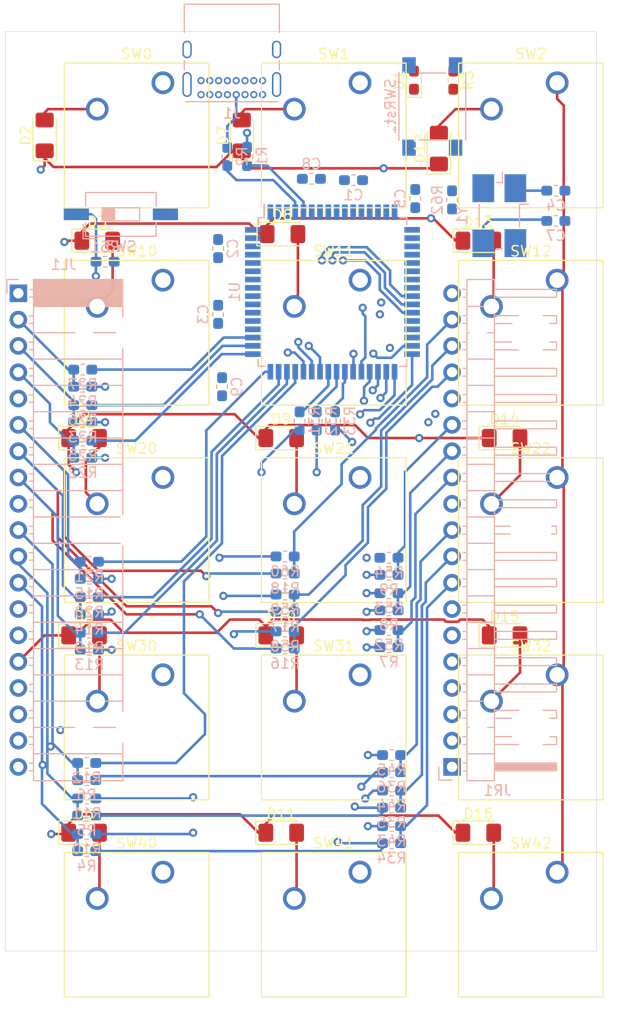
<source format=kicad_pcb>
(kicad_pcb (version 20171130) (host pcbnew 5.1.5+dfsg1-2build2)
  (title_block (title M-Keyboard) (date 2021-09-30) (rev 0.0))
  (layers (0 F.Cu signal) (1 In1.Cu power hide) (2 In2.Cu signal) (3 In3.Cu signal) (4 In4.Cu power hide) (31 B.Cu signal) (34 B.Paste user hide) (35 F.Paste user hide) (36 B.SilkS user) (37 F.SilkS user) (38 B.Mask user hide) (39 F.Mask user hide) (44 Edge.Cuts user))
  (net 0 "")
  (net 1 GND)
  (net 2 VCC)
  (net 3 "Net-(C4-Pad1)")
  (net 4 "Net-(C7-Pad1)")
  (net 5 "Net-(C8-Pad1)")
  (net 6 "Net-(D1-Pad1)")
  (net 7 /row0)
  (net 8 "Net-(D2-Pad2)")
  (net 9 "Net-(D3-Pad2)")
  (net 10 /row1)
  (net 11 /row2)
  (net 12 "Net-(D4-Pad2)")
  (net 13 "Net-(D5-Pad2)")
  (net 14 /row3)
  (net 15 "Net-(D6-Pad2)")
  (net 16 /row4)
  (net 17 "Net-(D7-Pad2)")
  (net 18 "Net-(D8-Pad2)")
  (net 19 "Net-(D9-Pad2)")
  (net 20 "Net-(D10-Pad2)")
  (net 21 "Net-(D11-Pad2)")
  (net 22 "Net-(D12-Pad2)")
  (net 23 "Net-(D13-Pad2)")
  (net 24 "Net-(D14-Pad2)")
  (net 25 "Net-(D15-Pad2)")
  (net 26 "Net-(D16-Pad2)")
  (net 27 "Net-(J1-PadA6)")
  (net 28 "Net-(J1-PadA7)")
  (net 29 /con_l2_2)
  (net 30 /con_l2_1)
  (net 31 /con_l2_0)
  (net 32 /con_l1_2)
  (net 33 /con_l1_1)
  (net 34 /con_l1_0)
  (net 35 /con_l0_2)
  (net 36 /con_l0_1)
  (net 37 /con_l0_0)
  (net 38 /con_r0_0)
  (net 39 /con_r0_1)
  (net 40 /con_r0_2)
  (net 41 /con_r1_0)
  (net 42 /con_r1_1)
  (net 43 /con_r1_2)
  (net 44 /con_r2_0)
  (net 45 /con_r2_1)
  (net 46 /con_r2_2)
  (net 47 "Net-(R1-Pad1)")
  (net 48 "Net-(R2-Pad1)")
  (net 49 /cp8)
  (net 50 /cp7)
  (net 51 /cp6)
  (net 52 /cp5)
  (net 53 /cp4)
  (net 54 /cp3)
  (net 55 /cp2)
  (net 56 /cp1)
  (net 57 /cp0)
  (net 58 /col0)
  (net 59 /col1)
  (net 60 /col2)
  (net 61 /cp9)
  (net 62 /cp10)
  (net 63 /cp11)
  (net 64 /cp12)
  (net 65 /cp13)
  (net 66 /cp14)
  (net 67 /cp15)
  (net 68 /cp16)
  (net 69 /cp17)
  (net 70 /cp18)
  (net 71 /cp19)
  (net 72 /cp20)
  (net 73 "Net-(R61-Pad2)")
  (net 74 "Net-(R62-Pad2)")
  (module Diode_SMD:D_1206_3216Metric_Pad1.42x1.75mm_HandSolder (layer F.Cu) (at 80.01 85.09 90)
    (fp_text reference D2 (at 0 -1.82 90) (layer F.SilkS))
    (fp_text value D)
    (pad 1 smd roundrect (at -1.4875 0 90) (size 1.425 1.75) (layers F.Cu F.Paste F.Mask) (roundrect_rratio 0.175439) (net 7 /row0))
    (pad 2 smd roundrect (at 1.4875 0 90) (size 1.425 1.75) (layers F.Cu F.Paste F.Mask) (roundrect_rratio 0.175439) (net 8 "Net-(D2-Pad2)"))
  )
  (module Diode_SMD:D_1206_3216Metric_Pad1.42x1.75mm_HandSolder (layer F.Cu) (at 85.09 95.25)
    (fp_text reference D3 (at 0 -1.82) (layer F.SilkS))
    (fp_text value D)
    (pad 2 smd roundrect (at 1.4875 0) (size 1.425 1.75) (layers F.Cu F.Paste F.Mask) (roundrect_rratio 0.175439) (net 9 "Net-(D3-Pad2)"))
    (pad 1 smd roundrect (at -1.4875 0) (size 1.425 1.75) (layers F.Cu F.Paste F.Mask) (roundrect_rratio 0.175439) (net 10 /row1))
  )
  (module Diode_SMD:D_1206_3216Metric_Pad1.42x1.75mm_HandSolder (layer F.Cu) (at 83.82 114.3)
    (fp_text reference D4 (at 0 -1.82) (layer F.SilkS))
    (fp_text value D)
    (pad 1 smd roundrect (at -1.4875 0) (size 1.425 1.75) (layers F.Cu F.Paste F.Mask) (roundrect_rratio 0.175439) (net 11 /row2))
    (pad 2 smd roundrect (at 1.4875 0) (size 1.425 1.75) (layers F.Cu F.Paste F.Mask) (roundrect_rratio 0.175439) (net 12 "Net-(D4-Pad2)"))
  )
  (module Diode_SMD:D_1206_3216Metric_Pad1.42x1.75mm_HandSolder (layer F.Cu) (at 83.82 133.35)
    (fp_text reference D5 (at 0 -1.82) (layer F.SilkS))
    (fp_text value D)
    (pad 2 smd roundrect (at 1.4875 0) (size 1.425 1.75) (layers F.Cu F.Paste F.Mask) (roundrect_rratio 0.175439) (net 13 "Net-(D5-Pad2)"))
    (pad 1 smd roundrect (at -1.4875 0) (size 1.425 1.75) (layers F.Cu F.Paste F.Mask) (roundrect_rratio 0.175439) (net 14 /row3))
  )
  (module Diode_SMD:D_1206_3216Metric_Pad1.42x1.75mm_HandSolder (layer F.Cu) (at 83.82 152.4)
    (fp_text reference D6 (at 0 -1.82) (layer F.SilkS))
    (fp_text value D)
    (pad 2 smd roundrect (at 1.4875 0) (size 1.425 1.75) (layers F.Cu F.Paste F.Mask) (roundrect_rratio 0.175439) (net 15 "Net-(D6-Pad2)"))
    (pad 1 smd roundrect (at -1.4875 0) (size 1.425 1.75) (layers F.Cu F.Paste F.Mask) (roundrect_rratio 0.175439) (net 16 /row4))
  )
  (module Diode_SMD:D_1206_3216Metric_Pad1.42x1.75mm_HandSolder (layer F.Cu) (at 99.06 85.09 90)
    (fp_text reference D7 (at 0 -1.82 90) (layer F.SilkS))
    (fp_text value D)
    (pad 2 smd roundrect (at 1.4875 0 90) (size 1.425 1.75) (layers F.Cu F.Paste F.Mask) (roundrect_rratio 0.175439) (net 17 "Net-(D7-Pad2)"))
    (pad 1 smd roundrect (at -1.4875 0 90) (size 1.425 1.75) (layers F.Cu F.Paste F.Mask) (roundrect_rratio 0.175439) (net 7 /row0))
  )
  (module Diode_SMD:D_1206_3216Metric_Pad1.42x1.75mm_HandSolder (layer F.Cu) (at 102.997 94.615)
    (fp_text reference D8 (at 0 -1.82) (layer F.SilkS))
    (fp_text value D)
    (pad 1 smd roundrect (at -1.4875 0) (size 1.425 1.75) (layers F.Cu F.Paste F.Mask) (roundrect_rratio 0.175439) (net 10 /row1))
    (pad 2 smd roundrect (at 1.4875 0) (size 1.425 1.75) (layers F.Cu F.Paste F.Mask) (roundrect_rratio 0.175439) (net 18 "Net-(D8-Pad2)"))
  )
  (module Diode_SMD:D_1206_3216Metric_Pad1.42x1.75mm_HandSolder (layer F.Cu) (at 102.87 114.3)
    (fp_text reference D9 (at 0 -1.82) (layer F.SilkS))
    (fp_text value D)
    (pad 2 smd roundrect (at 1.4875 0) (size 1.425 1.75) (layers F.Cu F.Paste F.Mask) (roundrect_rratio 0.175439) (net 19 "Net-(D9-Pad2)"))
    (pad 1 smd roundrect (at -1.4875 0) (size 1.425 1.75) (layers F.Cu F.Paste F.Mask) (roundrect_rratio 0.175439) (net 11 /row2))
  )
  (module Diode_SMD:D_1206_3216Metric_Pad1.42x1.75mm_HandSolder (layer F.Cu) (at 102.87 133.35)
    (fp_text reference D10 (at 0 -1.82) (layer F.SilkS))
    (fp_text value D)
    (pad 2 smd roundrect (at 1.4875 0) (size 1.425 1.75) (layers F.Cu F.Paste F.Mask) (roundrect_rratio 0.175439) (net 20 "Net-(D10-Pad2)"))
    (pad 1 smd roundrect (at -1.4875 0) (size 1.425 1.75) (layers F.Cu F.Paste F.Mask) (roundrect_rratio 0.175439) (net 14 /row3))
  )
  (module Diode_SMD:D_1206_3216Metric_Pad1.42x1.75mm_HandSolder (layer F.Cu) (at 102.87 152.4)
    (fp_text reference D11 (at 0 -1.82) (layer F.SilkS))
    (fp_text value D)
    (pad 1 smd roundrect (at -1.4875 0) (size 1.425 1.75) (layers F.Cu F.Paste F.Mask) (roundrect_rratio 0.175439) (net 16 /row4))
    (pad 2 smd roundrect (at 1.4875 0) (size 1.425 1.75) (layers F.Cu F.Paste F.Mask) (roundrect_rratio 0.175439) (net 21 "Net-(D11-Pad2)"))
  )
  (module Diode_SMD:D_1206_3216Metric_Pad1.42x1.75mm_HandSolder (layer F.Cu) (at 118.11 86.36 90)
    (fp_text reference D12 (at 0 -1.82 90) (layer F.SilkS))
    (fp_text value D)
    (pad 1 smd roundrect (at -1.4875 0 90) (size 1.425 1.75) (layers F.Cu F.Paste F.Mask) (roundrect_rratio 0.175439) (net 7 /row0))
    (pad 2 smd roundrect (at 1.4875 0 90) (size 1.425 1.75) (layers F.Cu F.Paste F.Mask) (roundrect_rratio 0.175439) (net 22 "Net-(D12-Pad2)"))
  )
  (module Diode_SMD:D_1206_3216Metric_Pad1.42x1.75mm_HandSolder (layer F.Cu) (at 121.92 95.25)
    (fp_text reference D13 (at 0 -1.82) (layer F.SilkS))
    (fp_text value D)
    (pad 2 smd roundrect (at 1.4875 0) (size 1.425 1.75) (layers F.Cu F.Paste F.Mask) (roundrect_rratio 0.175439) (net 23 "Net-(D13-Pad2)"))
    (pad 1 smd roundrect (at -1.4875 0) (size 1.425 1.75) (layers F.Cu F.Paste F.Mask) (roundrect_rratio 0.175439) (net 10 /row1))
  )
  (module Diode_SMD:D_1206_3216Metric_Pad1.42x1.75mm_HandSolder (layer F.Cu) (at 124.46 114.3)
    (fp_text reference D14 (at 0 -1.82) (layer F.SilkS))
    (fp_text value D)
    (pad 1 smd roundrect (at -1.4875 0) (size 1.425 1.75) (layers F.Cu F.Paste F.Mask) (roundrect_rratio 0.175439) (net 11 /row2))
    (pad 2 smd roundrect (at 1.4875 0) (size 1.425 1.75) (layers F.Cu F.Paste F.Mask) (roundrect_rratio 0.175439) (net 24 "Net-(D14-Pad2)"))
  )
  (module Diode_SMD:D_1206_3216Metric_Pad1.42x1.75mm_HandSolder (layer F.Cu) (at 124.46 133.35)
    (fp_text reference D15 (at 0 -1.82) (layer F.SilkS))
    (fp_text value D)
    (pad 1 smd roundrect (at -1.4875 0) (size 1.425 1.75) (layers F.Cu F.Paste F.Mask) (roundrect_rratio 0.175439) (net 14 /row3))
    (pad 2 smd roundrect (at 1.4875 0) (size 1.425 1.75) (layers F.Cu F.Paste F.Mask) (roundrect_rratio 0.175439) (net 25 "Net-(D15-Pad2)"))
  )
  (module Diode_SMD:D_1206_3216Metric_Pad1.42x1.75mm_HandSolder (layer F.Cu) (at 121.92 152.4)
    (fp_text reference D16 (at 0 -1.82) (layer F.SilkS))
    (fp_text value D)
    (pad 1 smd roundrect (at -1.4875 0) (size 1.425 1.75) (layers F.Cu F.Paste F.Mask) (roundrect_rratio 0.175439) (net 16 /row4))
    (pad 2 smd roundrect (at 1.4875 0) (size 1.425 1.75) (layers F.Cu F.Paste F.Mask) (roundrect_rratio 0.175439) (net 26 "Net-(D16-Pad2)"))
  )
  (module Connector_USB:USB_C_Receptacle_GCT_USB4085 (layer B.Cu) (at 95.123 81.153)
    (fp_text reference J1 (at 2.975 1.8) (layer B.SilkS) (effects (justify mirror)))
    (fp_text value USB_C_Receptacle_USB2.0)
    (pad A1 thru_hole circle (at 0 0) (size 0.7 0.7) (drill 0.4) (layers *.Cu *.Mask) (net 1 GND))
    (pad A4 thru_hole circle (at 0.85 0) (size 0.7 0.7) (drill 0.4) (layers *.Cu *.Mask) (net 2 VCC))
    (pad A5 thru_hole circle (at 1.7 0) (size 0.7 0.7) (drill 0.4) (layers *.Cu *.Mask))
    (pad A6 thru_hole circle (at 2.55 0) (size 0.7 0.7) (drill 0.4) (layers *.Cu *.Mask) (net 27 "Net-(J1-PadA6)"))
    (pad A7 thru_hole circle (at 3.4 0) (size 0.7 0.7) (drill 0.4) (layers *.Cu *.Mask) (net 28 "Net-(J1-PadA7)"))
    (pad A8 thru_hole circle (at 4.25 0) (size 0.7 0.7) (drill 0.4) (layers *.Cu *.Mask))
    (pad A9 thru_hole circle (at 5.1 0) (size 0.7 0.7) (drill 0.4) (layers *.Cu *.Mask) (net 2 VCC))
    (pad A12 thru_hole circle (at 5.95 0) (size 0.7 0.7) (drill 0.4) (layers *.Cu *.Mask) (net 1 GND))
    (pad B9 thru_hole circle (at 0.85 -1.35) (size 0.7 0.7) (drill 0.4) (layers *.Cu *.Mask) (net 2 VCC))
    (pad B7 thru_hole circle (at 2.55 -1.35) (size 0.7 0.7) (drill 0.4) (layers *.Cu *.Mask) (net 28 "Net-(J1-PadA7)"))
    (pad B8 thru_hole circle (at 1.7 -1.35) (size 0.7 0.7) (drill 0.4) (layers *.Cu *.Mask))
    (pad B12 thru_hole circle (at 0 -1.35) (size 0.7 0.7) (drill 0.4) (layers *.Cu *.Mask) (net 1 GND))
    (pad B5 thru_hole circle (at 4.25 -1.35) (size 0.7 0.7) (drill 0.4) (layers *.Cu *.Mask))
    (pad B4 thru_hole circle (at 5.1 -1.35) (size 0.7 0.7) (drill 0.4) (layers *.Cu *.Mask) (net 2 VCC))
    (pad B1 thru_hole circle (at 5.95 -1.35) (size 0.7 0.7) (drill 0.4) (layers *.Cu *.Mask) (net 1 GND))
    (pad B6 thru_hole circle (at 3.4 -1.35) (size 0.7 0.7) (drill 0.4) (layers *.Cu *.Mask) (net 27 "Net-(J1-PadA6)"))
    (pad S1 thru_hole oval (at -1.35 -0.98) (size 0.9 2.4) (drill oval 0.6 2.1) (layers *.Cu *.Mask) (net 1 GND))
    (pad S1 thru_hole oval (at 7.3 -0.98) (size 0.9 2.4) (drill oval 0.6 2.1) (layers *.Cu *.Mask) (net 1 GND))
    (pad S1 thru_hole oval (at -1.35 -4.36) (size 0.9 1.7) (drill oval 0.6 1.4) (layers *.Cu *.Mask) (net 1 GND))
    (pad S1 thru_hole oval (at 7.3 -4.36) (size 0.9 1.7) (drill oval 0.6 1.4) (layers *.Cu *.Mask) (net 1 GND))
  )
  (module Button_Switch_Keyboard:SW_Cherry_MX_1.00u_PCB (layer F.Cu) (at 91.44 80.01)
    (fp_text reference SW0 (at -2.54 -2.794) (layer F.SilkS))
    (fp_text value SW_Push)
    (pad "" np_thru_hole circle (at 2.54 5.08) (size 1.7 1.7) (drill 1.7) (layers *.Cu *.Mask))
    (pad "" np_thru_hole circle (at -7.62 5.08) (size 1.7 1.7) (drill 1.7) (layers *.Cu *.Mask))
    (pad "" np_thru_hole circle (at -2.54 5.08) (size 4 4) (drill 4) (layers *.Cu *.Mask))
    (pad 2 thru_hole circle (at -6.35 2.54) (size 2.2 2.2) (drill 1.5) (layers *.Cu *.Mask) (net 8 "Net-(D2-Pad2)"))
    (pad 1 thru_hole circle (at 0 0) (size 2.2 2.2) (drill 1.5) (layers *.Cu *.Mask) (net 58 /col0))
  )
  (module Button_Switch_Keyboard:SW_Cherry_MX_1.00u_PCB (layer F.Cu) (at 110.49 80.01)
    (fp_text reference SW1 (at -2.54 -2.794) (layer F.SilkS))
    (fp_text value SW_Push)
    (pad 1 thru_hole circle (at 0 0) (size 2.2 2.2) (drill 1.5) (layers *.Cu *.Mask) (net 59 /col1))
    (pad 2 thru_hole circle (at -6.35 2.54) (size 2.2 2.2) (drill 1.5) (layers *.Cu *.Mask) (net 17 "Net-(D7-Pad2)"))
    (pad "" np_thru_hole circle (at -2.54 5.08) (size 4 4) (drill 4) (layers *.Cu *.Mask))
    (pad "" np_thru_hole circle (at -7.62 5.08) (size 1.7 1.7) (drill 1.7) (layers *.Cu *.Mask))
    (pad "" np_thru_hole circle (at 2.54 5.08) (size 1.7 1.7) (drill 1.7) (layers *.Cu *.Mask))
  )
  (module Button_Switch_Keyboard:SW_Cherry_MX_1.00u_PCB (layer F.Cu) (at 129.54 80.01)
    (fp_text reference SW2 (at -2.54 -2.794) (layer F.SilkS))
    (fp_text value SW_Push)
    (pad 1 thru_hole circle (at 0 0) (size 2.2 2.2) (drill 1.5) (layers *.Cu *.Mask) (net 60 /col2))
    (pad 2 thru_hole circle (at -6.35 2.54) (size 2.2 2.2) (drill 1.5) (layers *.Cu *.Mask) (net 22 "Net-(D12-Pad2)"))
    (pad "" np_thru_hole circle (at -2.54 5.08) (size 4 4) (drill 4) (layers *.Cu *.Mask))
    (pad "" np_thru_hole circle (at -7.62 5.08) (size 1.7 1.7) (drill 1.7) (layers *.Cu *.Mask))
    (pad "" np_thru_hole circle (at 2.54 5.08) (size 1.7 1.7) (drill 1.7) (layers *.Cu *.Mask))
  )
  (module Button_Switch_SMD:SW_DIP_SPSTx01_Slide_6.7x4.1mm_W8.61mm_P2.54mm_LowProfile (layer B.Cu) (at 87.376 92.71)
    (fp_text reference SW3 (at 0 3.11) (layer B.SilkS) (effects (justify mirror)))
    (fp_text value SW_DIP_x01)
    (pad 1 smd rect (at -4.305 0) (size 2.44 1.12) (layers B.Cu B.Paste B.Mask) (net 73 "Net-(R61-Pad2)"))
    (pad 2 smd rect (at 4.305 0) (size 2.44 1.12) (layers B.Cu B.Paste B.Mask) (net 1 GND))
  )
  (module Button_Switch_Keyboard:SW_Cherry_MX_1.00u_PCB (layer F.Cu) (at 91.44 99.06)
    (fp_text reference SW10 (at -2.54 -2.794) (layer F.SilkS))
    (fp_text value SW_Push)
    (pad "" np_thru_hole circle (at 2.54 5.08) (size 1.7 1.7) (drill 1.7) (layers *.Cu *.Mask))
    (pad "" np_thru_hole circle (at -7.62 5.08) (size 1.7 1.7) (drill 1.7) (layers *.Cu *.Mask))
    (pad "" np_thru_hole circle (at -2.54 5.08) (size 4 4) (drill 4) (layers *.Cu *.Mask))
    (pad 2 thru_hole circle (at -6.35 2.54) (size 2.2 2.2) (drill 1.5) (layers *.Cu *.Mask) (net 9 "Net-(D3-Pad2)"))
    (pad 1 thru_hole circle (at 0 0) (size 2.2 2.2) (drill 1.5) (layers *.Cu *.Mask) (net 58 /col0))
  )
  (module Button_Switch_Keyboard:SW_Cherry_MX_1.00u_PCB (layer F.Cu) (at 110.49 99.06)
    (fp_text reference SW11 (at -2.54 -2.794) (layer F.SilkS))
    (fp_text value SW_Push)
    (pad "" np_thru_hole circle (at 2.54 5.08) (size 1.7 1.7) (drill 1.7) (layers *.Cu *.Mask))
    (pad "" np_thru_hole circle (at -7.62 5.08) (size 1.7 1.7) (drill 1.7) (layers *.Cu *.Mask))
    (pad "" np_thru_hole circle (at -2.54 5.08) (size 4 4) (drill 4) (layers *.Cu *.Mask))
    (pad 2 thru_hole circle (at -6.35 2.54) (size 2.2 2.2) (drill 1.5) (layers *.Cu *.Mask) (net 18 "Net-(D8-Pad2)"))
    (pad 1 thru_hole circle (at 0 0) (size 2.2 2.2) (drill 1.5) (layers *.Cu *.Mask) (net 59 /col1))
  )
  (module Button_Switch_Keyboard:SW_Cherry_MX_1.00u_PCB (layer F.Cu) (at 129.54 99.06)
    (fp_text reference SW12 (at -2.54 -2.794) (layer F.SilkS))
    (fp_text value SW_Push)
    (pad 1 thru_hole circle (at 0 0) (size 2.2 2.2) (drill 1.5) (layers *.Cu *.Mask) (net 60 /col2))
    (pad 2 thru_hole circle (at -6.35 2.54) (size 2.2 2.2) (drill 1.5) (layers *.Cu *.Mask) (net 23 "Net-(D13-Pad2)"))
    (pad "" np_thru_hole circle (at -2.54 5.08) (size 4 4) (drill 4) (layers *.Cu *.Mask))
    (pad "" np_thru_hole circle (at -7.62 5.08) (size 1.7 1.7) (drill 1.7) (layers *.Cu *.Mask))
    (pad "" np_thru_hole circle (at 2.54 5.08) (size 1.7 1.7) (drill 1.7) (layers *.Cu *.Mask))
  )
  (module Button_Switch_Keyboard:SW_Cherry_MX_1.00u_PCB (layer F.Cu) (at 91.44 118.11)
    (fp_text reference SW20 (at -2.54 -2.794) (layer F.SilkS))
    (fp_text value SW_Push)
    (pad 1 thru_hole circle (at 0 0) (size 2.2 2.2) (drill 1.5) (layers *.Cu *.Mask) (net 58 /col0))
    (pad 2 thru_hole circle (at -6.35 2.54) (size 2.2 2.2) (drill 1.5) (layers *.Cu *.Mask) (net 12 "Net-(D4-Pad2)"))
    (pad "" np_thru_hole circle (at -2.54 5.08) (size 4 4) (drill 4) (layers *.Cu *.Mask))
    (pad "" np_thru_hole circle (at -7.62 5.08) (size 1.7 1.7) (drill 1.7) (layers *.Cu *.Mask))
    (pad "" np_thru_hole circle (at 2.54 5.08) (size 1.7 1.7) (drill 1.7) (layers *.Cu *.Mask))
  )
  (module Button_Switch_Keyboard:SW_Cherry_MX_1.00u_PCB (layer F.Cu) (at 110.49 118.11)
    (fp_text reference SW21 (at -2.54 -2.794) (layer F.SilkS))
    (fp_text value SW_Push)
    (pad "" np_thru_hole circle (at 2.54 5.08) (size 1.7 1.7) (drill 1.7) (layers *.Cu *.Mask))
    (pad "" np_thru_hole circle (at -7.62 5.08) (size 1.7 1.7) (drill 1.7) (layers *.Cu *.Mask))
    (pad "" np_thru_hole circle (at -2.54 5.08) (size 4 4) (drill 4) (layers *.Cu *.Mask))
    (pad 2 thru_hole circle (at -6.35 2.54) (size 2.2 2.2) (drill 1.5) (layers *.Cu *.Mask) (net 19 "Net-(D9-Pad2)"))
    (pad 1 thru_hole circle (at 0 0) (size 2.2 2.2) (drill 1.5) (layers *.Cu *.Mask) (net 59 /col1))
  )
  (module Button_Switch_Keyboard:SW_Cherry_MX_1.00u_PCB (layer F.Cu) (at 129.54 118.11)
    (fp_text reference SW22 (at -2.54 -2.794) (layer F.SilkS))
    (fp_text value SW_Push)
    (pad "" np_thru_hole circle (at 2.54 5.08) (size 1.7 1.7) (drill 1.7) (layers *.Cu *.Mask))
    (pad "" np_thru_hole circle (at -7.62 5.08) (size 1.7 1.7) (drill 1.7) (layers *.Cu *.Mask))
    (pad "" np_thru_hole circle (at -2.54 5.08) (size 4 4) (drill 4) (layers *.Cu *.Mask))
    (pad 2 thru_hole circle (at -6.35 2.54) (size 2.2 2.2) (drill 1.5) (layers *.Cu *.Mask) (net 24 "Net-(D14-Pad2)"))
    (pad 1 thru_hole circle (at 0 0) (size 2.2 2.2) (drill 1.5) (layers *.Cu *.Mask) (net 60 /col2))
  )
  (module Button_Switch_Keyboard:SW_Cherry_MX_1.00u_PCB (layer F.Cu) (at 91.44 137.16)
    (fp_text reference SW30 (at -2.54 -2.794) (layer F.SilkS))
    (fp_text value SW_Push)
    (pad 1 thru_hole circle (at 0 0) (size 2.2 2.2) (drill 1.5) (layers *.Cu *.Mask) (net 58 /col0))
    (pad 2 thru_hole circle (at -6.35 2.54) (size 2.2 2.2) (drill 1.5) (layers *.Cu *.Mask) (net 13 "Net-(D5-Pad2)"))
    (pad "" np_thru_hole circle (at -2.54 5.08) (size 4 4) (drill 4) (layers *.Cu *.Mask))
    (pad "" np_thru_hole circle (at -7.62 5.08) (size 1.7 1.7) (drill 1.7) (layers *.Cu *.Mask))
    (pad "" np_thru_hole circle (at 2.54 5.08) (size 1.7 1.7) (drill 1.7) (layers *.Cu *.Mask))
  )
  (module Button_Switch_Keyboard:SW_Cherry_MX_1.00u_PCB (layer F.Cu) (at 110.49 137.16)
    (fp_text reference SW31 (at -2.54 -2.794) (layer F.SilkS))
    (fp_text value SW_Push)
    (pad 1 thru_hole circle (at 0 0) (size 2.2 2.2) (drill 1.5) (layers *.Cu *.Mask) (net 59 /col1))
    (pad 2 thru_hole circle (at -6.35 2.54) (size 2.2 2.2) (drill 1.5) (layers *.Cu *.Mask) (net 20 "Net-(D10-Pad2)"))
    (pad "" np_thru_hole circle (at -2.54 5.08) (size 4 4) (drill 4) (layers *.Cu *.Mask))
    (pad "" np_thru_hole circle (at -7.62 5.08) (size 1.7 1.7) (drill 1.7) (layers *.Cu *.Mask))
    (pad "" np_thru_hole circle (at 2.54 5.08) (size 1.7 1.7) (drill 1.7) (layers *.Cu *.Mask))
  )
  (module Button_Switch_Keyboard:SW_Cherry_MX_1.00u_PCB (layer F.Cu) (at 129.54 137.16)
    (fp_text reference SW32 (at -2.54 -2.794) (layer F.SilkS))
    (fp_text value SW_Push)
    (pad 1 thru_hole circle (at 0 0) (size 2.2 2.2) (drill 1.5) (layers *.Cu *.Mask) (net 60 /col2))
    (pad 2 thru_hole circle (at -6.35 2.54) (size 2.2 2.2) (drill 1.5) (layers *.Cu *.Mask) (net 25 "Net-(D15-Pad2)"))
    (pad "" np_thru_hole circle (at -2.54 5.08) (size 4 4) (drill 4) (layers *.Cu *.Mask))
    (pad "" np_thru_hole circle (at -7.62 5.08) (size 1.7 1.7) (drill 1.7) (layers *.Cu *.Mask))
    (pad "" np_thru_hole circle (at 2.54 5.08) (size 1.7 1.7) (drill 1.7) (layers *.Cu *.Mask))
  )
  (module Button_Switch_Keyboard:SW_Cherry_MX_1.00u_PCB (layer F.Cu) (at 91.44 156.21)
    (fp_text reference SW40 (at -2.54 -2.794) (layer F.SilkS))
    (fp_text value SW_Push)
    (pad "" np_thru_hole circle (at 2.54 5.08) (size 1.7 1.7) (drill 1.7) (layers *.Cu *.Mask))
    (pad "" np_thru_hole circle (at -7.62 5.08) (size 1.7 1.7) (drill 1.7) (layers *.Cu *.Mask))
    (pad "" np_thru_hole circle (at -2.54 5.08) (size 4 4) (drill 4) (layers *.Cu *.Mask))
    (pad 2 thru_hole circle (at -6.35 2.54) (size 2.2 2.2) (drill 1.5) (layers *.Cu *.Mask) (net 15 "Net-(D6-Pad2)"))
    (pad 1 thru_hole circle (at 0 0) (size 2.2 2.2) (drill 1.5) (layers *.Cu *.Mask) (net 58 /col0))
  )
  (module Button_Switch_Keyboard:SW_Cherry_MX_1.00u_PCB (layer F.Cu) (at 110.49 156.21)
    (fp_text reference SW41 (at -2.54 -2.794) (layer F.SilkS))
    (fp_text value SW_Push)
    (pad 1 thru_hole circle (at 0 0) (size 2.2 2.2) (drill 1.5) (layers *.Cu *.Mask) (net 59 /col1))
    (pad 2 thru_hole circle (at -6.35 2.54) (size 2.2 2.2) (drill 1.5) (layers *.Cu *.Mask) (net 21 "Net-(D11-Pad2)"))
    (pad "" np_thru_hole circle (at -2.54 5.08) (size 4 4) (drill 4) (layers *.Cu *.Mask))
    (pad "" np_thru_hole circle (at -7.62 5.08) (size 1.7 1.7) (drill 1.7) (layers *.Cu *.Mask))
    (pad "" np_thru_hole circle (at 2.54 5.08) (size 1.7 1.7) (drill 1.7) (layers *.Cu *.Mask))
  )
  (module Button_Switch_Keyboard:SW_Cherry_MX_1.00u_PCB (layer F.Cu) (at 129.54 156.21)
    (fp_text reference SW42 (at -2.54 -2.794) (layer F.SilkS))
    (fp_text value SW_Push)
    (pad "" np_thru_hole circle (at 2.54 5.08) (size 1.7 1.7) (drill 1.7) (layers *.Cu *.Mask))
    (pad "" np_thru_hole circle (at -7.62 5.08) (size 1.7 1.7) (drill 1.7) (layers *.Cu *.Mask))
    (pad "" np_thru_hole circle (at -2.54 5.08) (size 4 4) (drill 4) (layers *.Cu *.Mask))
    (pad 2 thru_hole circle (at -6.35 2.54) (size 2.2 2.2) (drill 1.5) (layers *.Cu *.Mask) (net 26 "Net-(D16-Pad2)"))
    (pad 1 thru_hole circle (at 0 0) (size 2.2 2.2) (drill 1.5) (layers *.Cu *.Mask) (net 60 /col2))
  )
  (module Button_Switch_SMD:SW_Push_1P1T_NO_6x6mm_H9.5mm (layer B.Cu) (at 117.475 82.296 270)
    (fp_text reference SWRst1 (at 0 4.05 90) (layer B.SilkS) (effects (justify mirror)))
    (fp_text value SW_Push)
    (pad 2 smd rect (at -3.975 -2.25 270) (size 1.55 1.3) (layers B.Cu B.Paste B.Mask) (net 74 "Net-(R62-Pad2)"))
    (pad 1 smd rect (at -3.975 2.25 270) (size 1.55 1.3) (layers B.Cu B.Paste B.Mask) (net 1 GND))
    (pad 1 smd rect (at 3.975 2.25 270) (size 1.55 1.3) (layers B.Cu B.Paste B.Mask) (net 1 GND))
    (pad 2 smd rect (at 3.975 -2.25 270) (size 1.55 1.3) (layers B.Cu B.Paste B.Mask) (net 74 "Net-(R62-Pad2)"))
  )
  (module Package_QFP:TQFP-64_14x14mm_P0.8mm (layer B.Cu) (at 107.823 100.203 270)
    (fp_text reference U1 (at 0 9.45 90) (layer B.SilkS) (effects (justify mirror)))
    (fp_text value AT90USB646-AU)
    (pad 1 smd rect (at -7.7 6 270) (size 1.5 0.55) (layers B.Cu B.Paste B.Mask))
    (pad 2 smd rect (at -7.7 5.2 270) (size 1.5 0.55) (layers B.Cu B.Paste B.Mask))
    (pad 3 smd rect (at -7.7 4.4 270) (size 1.5 0.55) (layers B.Cu B.Paste B.Mask) (net 2 VCC))
    (pad 4 smd rect (at -7.7 3.6 270) (size 1.5 0.55) (layers B.Cu B.Paste B.Mask) (net 48 "Net-(R2-Pad1)"))
    (pad 5 smd rect (at -7.7 2.8 270) (size 1.5 0.55) (layers B.Cu B.Paste B.Mask) (net 47 "Net-(R1-Pad1)"))
    (pad 6 smd rect (at -7.7 2 270) (size 1.5 0.55) (layers B.Cu B.Paste B.Mask) (net 1 GND))
    (pad 7 smd rect (at -7.7 1.2 270) (size 1.5 0.55) (layers B.Cu B.Paste B.Mask) (net 5 "Net-(C8-Pad1)"))
    (pad 8 smd rect (at -7.7 0.4 270) (size 1.5 0.55) (layers B.Cu B.Paste B.Mask) (net 2 VCC))
    (pad 9 smd rect (at -7.7 -0.4 270) (size 1.5 0.55) (layers B.Cu B.Paste B.Mask))
    (pad 10 smd rect (at -7.7 -1.2 270) (size 1.5 0.55) (layers B.Cu B.Paste B.Mask))
    (pad 11 smd rect (at -7.7 -2 270) (size 1.5 0.55) (layers B.Cu B.Paste B.Mask))
    (pad 12 smd rect (at -7.7 -2.8 270) (size 1.5 0.55) (layers B.Cu B.Paste B.Mask))
    (pad 13 smd rect (at -7.7 -3.6 270) (size 1.5 0.55) (layers B.Cu B.Paste B.Mask))
    (pad 14 smd rect (at -7.7 -4.4 270) (size 1.5 0.55) (layers B.Cu B.Paste B.Mask))
    (pad 15 smd rect (at -7.7 -5.2 270) (size 1.5 0.55) (layers B.Cu B.Paste B.Mask))
    (pad 16 smd rect (at -7.7 -6 270) (size 1.5 0.55) (layers B.Cu B.Paste B.Mask))
    (pad 17 smd rect (at -6 -7.7 180) (size 1.5 0.55) (layers B.Cu B.Paste B.Mask))
    (pad 18 smd rect (at -5.2 -7.7 180) (size 1.5 0.55) (layers B.Cu B.Paste B.Mask))
    (pad 19 smd rect (at -4.4 -7.7 180) (size 1.5 0.55) (layers B.Cu B.Paste B.Mask))
    (pad 20 smd rect (at -3.6 -7.7 180) (size 1.5 0.55) (layers B.Cu B.Paste B.Mask) (net 74 "Net-(R62-Pad2)"))
    (pad 21 smd rect (at -2.8 -7.7 180) (size 1.5 0.55) (layers B.Cu B.Paste B.Mask) (net 2 VCC))
    (pad 22 smd rect (at -2 -7.7 180) (size 1.5 0.55) (layers B.Cu B.Paste B.Mask) (net 1 GND))
    (pad 23 smd rect (at -1.2 -7.7 180) (size 1.5 0.55) (layers B.Cu B.Paste B.Mask) (net 4 "Net-(C7-Pad1)"))
    (pad 24 smd rect (at -0.4 -7.7 180) (size 1.5 0.55) (layers B.Cu B.Paste B.Mask) (net 3 "Net-(C4-Pad1)"))
    (pad 25 smd rect (at 0.4 -7.7 180) (size 1.5 0.55) (layers B.Cu B.Paste B.Mask) (net 72 /cp20))
    (pad 26 smd rect (at 1.2 -7.7 180) (size 1.5 0.55) (layers B.Cu B.Paste B.Mask) (net 71 /cp19))
    (pad 27 smd rect (at 2 -7.7 180) (size 1.5 0.55) (layers B.Cu B.Paste B.Mask) (net 70 /cp18))
    (pad 28 smd rect (at 2.8 -7.7 180) (size 1.5 0.55) (layers B.Cu B.Paste B.Mask) (net 69 /cp17))
    (pad 29 smd rect (at 3.6 -7.7 180) (size 1.5 0.55) (layers B.Cu B.Paste B.Mask) (net 68 /cp16))
    (pad 30 smd rect (at 4.4 -7.7 180) (size 1.5 0.55) (layers B.Cu B.Paste B.Mask) (net 67 /cp15))
    (pad 31 smd rect (at 5.2 -7.7 180) (size 1.5 0.55) (layers B.Cu B.Paste B.Mask) (net 66 /cp14))
    (pad 32 smd rect (at 6 -7.7 180) (size 1.5 0.55) (layers B.Cu B.Paste B.Mask) (net 65 /cp13))
    (pad 33 smd rect (at 7.7 -6 270) (size 1.5 0.55) (layers B.Cu B.Paste B.Mask) (net 64 /cp12))
    (pad 34 smd rect (at 7.7 -5.2 270) (size 1.5 0.55) (layers B.Cu B.Paste B.Mask) (net 16 /row4))
    (pad 35 smd rect (at 7.7 -4.4 270) (size 1.5 0.55) (layers B.Cu B.Paste B.Mask) (net 14 /row3))
    (pad 36 smd rect (at 7.7 -3.6 270) (size 1.5 0.55) (layers B.Cu B.Paste B.Mask) (net 11 /row2))
    (pad 37 smd rect (at 7.7 -2.8 270) (size 1.5 0.55) (layers B.Cu B.Paste B.Mask) (net 10 /row1))
    (pad 38 smd rect (at 7.7 -2 270) (size 1.5 0.55) (layers B.Cu B.Paste B.Mask) (net 7 /row0))
    (pad 39 smd rect (at 7.7 -1.2 270) (size 1.5 0.55) (layers B.Cu B.Paste B.Mask) (net 63 /cp11))
    (pad 40 smd rect (at 7.7 -0.4 270) (size 1.5 0.55) (layers B.Cu B.Paste B.Mask) (net 62 /cp10))
    (pad 41 smd rect (at 7.7 0.4 270) (size 1.5 0.55) (layers B.Cu B.Paste B.Mask) (net 61 /cp9))
    (pad 42 smd rect (at 7.7 1.2 270) (size 1.5 0.55) (layers B.Cu B.Paste B.Mask) (net 49 /cp8))
    (pad 43 smd rect (at 7.7 2 270) (size 1.5 0.55) (layers B.Cu B.Paste B.Mask) (net 73 "Net-(R61-Pad2)"))
    (pad 44 smd rect (at 7.7 2.8 270) (size 1.5 0.55) (layers B.Cu B.Paste B.Mask) (net 50 /cp7))
    (pad 45 smd rect (at 7.7 3.6 270) (size 1.5 0.55) (layers B.Cu B.Paste B.Mask) (net 51 /cp6))
    (pad 46 smd rect (at 7.7 4.4 270) (size 1.5 0.55) (layers B.Cu B.Paste B.Mask) (net 52 /cp5))
    (pad 47 smd rect (at 7.7 5.2 270) (size 1.5 0.55) (layers B.Cu B.Paste B.Mask) (net 53 /cp4))
    (pad 48 smd rect (at 7.7 6 270) (size 1.5 0.55) (layers B.Cu B.Paste B.Mask) (net 54 /cp3))
    (pad 49 smd rect (at 6 7.7 180) (size 1.5 0.55) (layers B.Cu B.Paste B.Mask) (net 55 /cp2))
    (pad 50 smd rect (at 5.2 7.7 180) (size 1.5 0.55) (layers B.Cu B.Paste B.Mask) (net 56 /cp1))
    (pad 51 smd rect (at 4.4 7.7 180) (size 1.5 0.55) (layers B.Cu B.Paste B.Mask) (net 57 /cp0))
    (pad 52 smd rect (at 3.6 7.7 180) (size 1.5 0.55) (layers B.Cu B.Paste B.Mask) (net 2 VCC))
    (pad 53 smd rect (at 2.8 7.7 180) (size 1.5 0.55) (layers B.Cu B.Paste B.Mask) (net 1 GND))
    (pad 54 smd rect (at 2 7.7 180) (size 1.5 0.55) (layers B.Cu B.Paste B.Mask))
    (pad 55 smd rect (at 1.2 7.7 180) (size 1.5 0.55) (layers B.Cu B.Paste B.Mask))
    (pad 56 smd rect (at 0.4 7.7 180) (size 1.5 0.55) (layers B.Cu B.Paste B.Mask))
    (pad 57 smd rect (at -0.4 7.7 180) (size 1.5 0.55) (layers B.Cu B.Paste B.Mask))
    (pad 58 smd rect (at -1.2 7.7 180) (size 1.5 0.55) (layers B.Cu B.Paste B.Mask))
    (pad 59 smd rect (at -2 7.7 180) (size 1.5 0.55) (layers B.Cu B.Paste B.Mask))
    (pad 60 smd rect (at -2.8 7.7 180) (size 1.5 0.55) (layers B.Cu B.Paste B.Mask))
    (pad 61 smd rect (at -3.6 7.7 180) (size 1.5 0.55) (layers B.Cu B.Paste B.Mask))
    (pad 62 smd rect (at -4.4 7.7 180) (size 1.5 0.55) (layers B.Cu B.Paste B.Mask))
    (pad 63 smd rect (at -5.2 7.7 180) (size 1.5 0.55) (layers B.Cu B.Paste B.Mask) (net 1 GND))
    (pad 64 smd rect (at -6 7.7 180) (size 1.5 0.55) (layers B.Cu B.Paste B.Mask) (net 2 VCC))
  )
  (module Connector_PinSocket_2.54mm:PinSocket_1x19_P2.54mm_Horizontal (layer B.Cu) (at 77.47 100.33 180)
    (fp_text reference JL1 (at -4.38 2.77) (layer B.SilkS) (effects (justify mirror)))
    (fp_text value Conn_01x19)
    (pad 1 thru_hole rect (at 0 0 180) (size 1.7 1.7) (drill 1) (layers *.Cu *.Mask) (net 1 GND))
    (pad 2 thru_hole oval (at 0 -2.54 180) (size 1.7 1.7) (drill 1) (layers *.Cu *.Mask) (net 29 /con_l2_2))
    (pad 3 thru_hole oval (at 0 -5.08 180) (size 1.7 1.7) (drill 1) (layers *.Cu *.Mask) (net 30 /con_l2_1))
    (pad 4 thru_hole oval (at 0 -7.62 180) (size 1.7 1.7) (drill 1) (layers *.Cu *.Mask) (net 31 /con_l2_0))
    (pad 5 thru_hole oval (at 0 -10.16 180) (size 1.7 1.7) (drill 1) (layers *.Cu *.Mask) (net 1 GND))
    (pad 6 thru_hole oval (at 0 -12.7 180) (size 1.7 1.7) (drill 1) (layers *.Cu *.Mask) (net 32 /con_l1_2))
    (pad 7 thru_hole oval (at 0 -15.24 180) (size 1.7 1.7) (drill 1) (layers *.Cu *.Mask) (net 33 /con_l1_1))
    (pad 8 thru_hole oval (at 0 -17.78 180) (size 1.7 1.7) (drill 1) (layers *.Cu *.Mask) (net 34 /con_l1_0))
    (pad 9 thru_hole oval (at 0 -20.32 180) (size 1.7 1.7) (drill 1) (layers *.Cu *.Mask) (net 1 GND))
    (pad 10 thru_hole oval (at 0 -22.86 180) (size 1.7 1.7) (drill 1) (layers *.Cu *.Mask) (net 35 /con_l0_2))
    (pad 11 thru_hole oval (at 0 -25.4 180) (size 1.7 1.7) (drill 1) (layers *.Cu *.Mask) (net 36 /con_l0_1))
    (pad 12 thru_hole oval (at 0 -27.94 180) (size 1.7 1.7) (drill 1) (layers *.Cu *.Mask) (net 37 /con_l0_0))
    (pad 13 thru_hole oval (at 0 -30.48 180) (size 1.7 1.7) (drill 1) (layers *.Cu *.Mask) (net 1 GND))
    (pad 14 thru_hole oval (at 0 -33.02 180) (size 1.7 1.7) (drill 1) (layers *.Cu *.Mask) (net 16 /row4))
    (pad 15 thru_hole oval (at 0 -35.56 180) (size 1.7 1.7) (drill 1) (layers *.Cu *.Mask) (net 14 /row3))
    (pad 16 thru_hole oval (at 0 -38.1 180) (size 1.7 1.7) (drill 1) (layers *.Cu *.Mask) (net 11 /row2))
    (pad 17 thru_hole oval (at 0 -40.64 180) (size 1.7 1.7) (drill 1) (layers *.Cu *.Mask) (net 10 /row1))
    (pad 18 thru_hole oval (at 0 -43.18 180) (size 1.7 1.7) (drill 1) (layers *.Cu *.Mask) (net 7 /row0))
    (pad 19 thru_hole oval (at 0 -45.72 180) (size 1.7 1.7) (drill 1) (layers *.Cu *.Mask) (net 1 GND))
  )
  (module Connector_PinHeader_2.54mm:PinHeader_1x19_P2.54mm_Horizontal (layer B.Cu) (at 119.38 146.05)
    (fp_text reference JR1 (at 4.385 2.27) (layer B.SilkS) (effects (justify mirror)))
    (fp_text value Conn_01x19)
    (pad 1 thru_hole rect (at 0 0) (size 1.7 1.7) (drill 1) (layers *.Cu *.Mask) (net 1 GND))
    (pad 2 thru_hole oval (at 0 -2.54) (size 1.7 1.7) (drill 1) (layers *.Cu *.Mask) (net 7 /row0))
    (pad 3 thru_hole oval (at 0 -5.08) (size 1.7 1.7) (drill 1) (layers *.Cu *.Mask) (net 10 /row1))
    (pad 4 thru_hole oval (at 0 -7.62) (size 1.7 1.7) (drill 1) (layers *.Cu *.Mask) (net 11 /row2))
    (pad 5 thru_hole oval (at 0 -10.16) (size 1.7 1.7) (drill 1) (layers *.Cu *.Mask) (net 14 /row3))
    (pad 6 thru_hole oval (at 0 -12.7) (size 1.7 1.7) (drill 1) (layers *.Cu *.Mask) (net 16 /row4))
    (pad 7 thru_hole oval (at 0 -15.24) (size 1.7 1.7) (drill 1) (layers *.Cu *.Mask) (net 1 GND))
    (pad 8 thru_hole oval (at 0 -17.78) (size 1.7 1.7) (drill 1) (layers *.Cu *.Mask) (net 38 /con_r0_0))
    (pad 9 thru_hole oval (at 0 -20.32) (size 1.7 1.7) (drill 1) (layers *.Cu *.Mask) (net 39 /con_r0_1))
    (pad 10 thru_hole oval (at 0 -22.86) (size 1.7 1.7) (drill 1) (layers *.Cu *.Mask) (net 40 /con_r0_2))
    (pad 11 thru_hole oval (at 0 -25.4) (size 1.7 1.7) (drill 1) (layers *.Cu *.Mask) (net 1 GND))
    (pad 12 thru_hole oval (at 0 -27.94) (size 1.7 1.7) (drill 1) (layers *.Cu *.Mask) (net 41 /con_r1_0))
    (pad 13 thru_hole oval (at 0 -30.48) (size 1.7 1.7) (drill 1) (layers *.Cu *.Mask) (net 42 /con_r1_1))
    (pad 14 thru_hole oval (at 0 -33.02) (size 1.7 1.7) (drill 1) (layers *.Cu *.Mask) (net 43 /con_r1_2))
    (pad 15 thru_hole oval (at 0 -35.56) (size 1.7 1.7) (drill 1) (layers *.Cu *.Mask) (net 1 GND))
    (pad 16 thru_hole oval (at 0 -38.1) (size 1.7 1.7) (drill 1) (layers *.Cu *.Mask) (net 44 /con_r2_0))
    (pad 17 thru_hole oval (at 0 -40.64) (size 1.7 1.7) (drill 1) (layers *.Cu *.Mask) (net 45 /con_r2_1))
    (pad 18 thru_hole oval (at 0 -43.18) (size 1.7 1.7) (drill 1) (layers *.Cu *.Mask) (net 46 /con_r2_2))
    (pad 19 thru_hole oval (at 0 -45.72) (size 1.7 1.7) (drill 1) (layers *.Cu *.Mask) (net 1 GND))
  )
  (module Capacitor_SMD:C_0603_1608Metric_Pad1.05x0.95mm_HandSolder (layer B.Cu) (at 109.855 89.408)
    (fp_text reference C1 (at 0 1.43) (layer B.SilkS) (effects (justify mirror)))
    (fp_text value 10uF)
    (pad 1 smd roundrect (at -0.875 0) (size 1.05 0.95) (layers B.Cu B.Paste B.Mask) (net 2 VCC))
    (pad 2 smd roundrect (at 0.875 0) (size 1.05 0.95) (layers B.Cu B.Paste B.Mask) (net 1 GND))
  )
  (module Capacitor_SMD:C_0603_1608Metric_Pad1.05x0.95mm_HandSolder (layer B.Cu) (at 96.774 96.012 90)
    (fp_text reference C2 (at 0 1.43 90) (layer B.SilkS) (effects (justify mirror)))
    (fp_text value 0.1uF)
    (pad 2 smd roundrect (at 0.875 0 90) (size 1.05 0.95) (layers B.Cu B.Paste B.Mask) (net 1 GND))
    (pad 1 smd roundrect (at -0.875 0 90) (size 1.05 0.95) (layers B.Cu B.Paste B.Mask) (net 2 VCC))
  )
  (module Capacitor_SMD:C_0603_1608Metric_Pad1.05x0.95mm_HandSolder (layer B.Cu) (at 96.774 102.362 270)
    (fp_text reference C3 (at 0 1.43 90) (layer B.SilkS) (effects (justify mirror)))
    (fp_text value 0.1uF)
    (pad 1 smd roundrect (at -0.875 0 270) (size 1.05 0.95) (layers B.Cu B.Paste B.Mask) (net 2 VCC))
    (pad 2 smd roundrect (at 0.875 0 270) (size 1.05 0.95) (layers B.Cu B.Paste B.Mask) (net 1 GND))
  )
  (module Capacitor_SMD:C_0603_1608Metric_Pad1.05x0.95mm_HandSolder (layer B.Cu) (at 129.413 90.424)
    (fp_text reference C4 (at 0 1.43) (layer B.SilkS) (effects (justify mirror)))
    (fp_text value 10pF)
    (pad 2 smd roundrect (at 0.875 0) (size 1.05 0.95) (layers B.Cu B.Paste B.Mask) (net 1 GND))
    (pad 1 smd roundrect (at -0.875 0) (size 1.05 0.95) (layers B.Cu B.Paste B.Mask) (net 3 "Net-(C4-Pad1)"))
  )
  (module Capacitor_SMD:C_0603_1608Metric_Pad1.05x0.95mm_HandSolder (layer B.Cu) (at 115.824 91.186 270)
    (fp_text reference C5 (at 0 1.43 90) (layer B.SilkS) (effects (justify mirror)))
    (fp_text value 0.1uF)
    (pad 2 smd roundrect (at 0.875 0 270) (size 1.05 0.95) (layers B.Cu B.Paste B.Mask) (net 1 GND))
    (pad 1 smd roundrect (at -0.875 0 270) (size 1.05 0.95) (layers B.Cu B.Paste B.Mask) (net 2 VCC))
  )
  (module Capacitor_SMD:C_0603_1608Metric_Pad1.05x0.95mm_HandSolder (layer B.Cu) (at 129.413 93.345)
    (fp_text reference C7 (at 0 1.43) (layer B.SilkS) (effects (justify mirror)))
    (fp_text value 10pF)
    (pad 1 smd roundrect (at -0.875 0) (size 1.05 0.95) (layers B.Cu B.Paste B.Mask) (net 4 "Net-(C7-Pad1)"))
    (pad 2 smd roundrect (at 0.875 0) (size 1.05 0.95) (layers B.Cu B.Paste B.Mask) (net 1 GND))
  )
  (module Capacitor_SMD:C_0603_1608Metric_Pad1.05x0.95mm_HandSolder (layer B.Cu) (at 105.791 89.281 180)
    (fp_text reference C8 (at 0 1.43) (layer B.SilkS) (effects (justify mirror)))
    (fp_text value 1uF)
    (pad 2 smd roundrect (at 0.875 0 180) (size 1.05 0.95) (layers B.Cu B.Paste B.Mask) (net 1 GND))
    (pad 1 smd roundrect (at -0.875 0 180) (size 1.05 0.95) (layers B.Cu B.Paste B.Mask) (net 5 "Net-(C8-Pad1)"))
  )
  (module Capacitor_SMD:C_0603_1608Metric_Pad1.05x0.95mm_HandSolder (layer B.Cu) (at 97.155 109.347 90)
    (fp_text reference C9 (at 0 1.43 90) (layer B.SilkS) (effects (justify mirror)))
    (fp_text value 0.1uF)
    (pad 1 smd roundrect (at -0.875 0 90) (size 1.05 0.95) (layers B.Cu B.Paste B.Mask) (net 2 VCC))
    (pad 2 smd roundrect (at 0.875 0 90) (size 1.05 0.95) (layers B.Cu B.Paste B.Mask) (net 1 GND))
  )
  (module LED_SMD:LED_0603_1608Metric_Pad1.05x0.95mm_HandSolder (layer F.Cu) (at 115.697 79.756 90)
    (fp_text reference D1 (at 0 -1.43 90) (layer F.SilkS))
    (fp_text value LED)
    (pad 1 smd roundrect (at -0.875 0 90) (size 1.05 0.95) (layers F.Cu F.Paste F.Mask) (net 6 "Net-(D1-Pad1)"))
    (pad 2 smd roundrect (at 0.875 0 90) (size 1.05 0.95) (layers F.Cu F.Paste F.Mask) (net 2 VCC))
  )
  (module Resistor_SMD:R_0603_1608Metric_Pad1.05x0.95mm_HandSolder (layer B.Cu) (at 99.568 87.122 90)
    (fp_text reference R1 (at 0 1.43 90) (layer B.SilkS) (effects (justify mirror)))
    (fp_text value 22)
    (pad 1 smd roundrect (at -0.875 0 90) (size 1.05 0.95) (layers B.Cu B.Paste B.Mask) (net 47 "Net-(R1-Pad1)"))
    (pad 2 smd roundrect (at 0.875 0 90) (size 1.05 0.95) (layers B.Cu B.Paste B.Mask) (net 27 "Net-(J1-PadA6)"))
  )
  (module Resistor_SMD:R_0603_1608Metric_Pad1.05x0.95mm_HandSolder (layer B.Cu) (at 97.663 87.122 90)
    (fp_text reference R2 (at 0 1.43 90) (layer B.SilkS) (effects (justify mirror)))
    (fp_text value 22)
    (pad 2 smd roundrect (at 0.875 0 90) (size 1.05 0.95) (layers B.Cu B.Paste B.Mask) (net 28 "Net-(J1-PadA7)"))
    (pad 1 smd roundrect (at -0.875 0 90) (size 1.05 0.95) (layers B.Cu B.Paste B.Mask) (net 48 "Net-(R2-Pad1)"))
  )
  (module Resistor_SMD:R_0603_1608Metric_Pad1.05x0.95mm_HandSolder (layer F.Cu) (at 119.507 79.756 270)
    (fp_text reference R3 (at 0 -1.43 90) (layer F.SilkS))
    (fp_text value 1K)
    (pad 1 smd roundrect (at -0.875 0 270) (size 1.05 0.95) (layers F.Cu F.Paste F.Mask) (net 6 "Net-(D1-Pad1)"))
    (pad 2 smd roundrect (at 0.875 0 270) (size 1.05 0.95) (layers F.Cu F.Paste F.Mask) (net 1 GND))
  )
  (module Resistor_SMD:R_0603_1608Metric_Pad1.05x0.95mm_HandSolder (layer B.Cu) (at 84.074 154.178)
    (fp_text reference R4 (at 0 1.43) (layer B.SilkS) (effects (justify mirror)))
    (fp_text value 0)
    (pad 1 smd roundrect (at -0.875 0) (size 1.05 0.95) (layers B.Cu B.Paste B.Mask) (net 37 /con_l0_0))
    (pad 2 smd roundrect (at 0.875 0) (size 1.05 0.95) (layers B.Cu B.Paste B.Mask) (net 58 /col0))
  )
  (module Resistor_SMD:R_0603_1608Metric_Pad1.05x0.95mm_HandSolder (layer B.Cu) (at 84.074 150.749)
    (fp_text reference R5 (at 0 1.43) (layer B.SilkS) (effects (justify mirror)))
    (fp_text value 0)
    (pad 1 smd roundrect (at -0.875 0) (size 1.05 0.95) (layers B.Cu B.Paste B.Mask) (net 36 /con_l0_1))
    (pad 2 smd roundrect (at 0.875 0) (size 1.05 0.95) (layers B.Cu B.Paste B.Mask) (net 59 /col1))
  )
  (module Resistor_SMD:R_0603_1608Metric_Pad1.05x0.95mm_HandSolder (layer B.Cu) (at 84.074 147.32)
    (fp_text reference R6 (at 0 1.43) (layer B.SilkS) (effects (justify mirror)))
    (fp_text value 0)
    (pad 1 smd roundrect (at -0.875 0) (size 1.05 0.95) (layers B.Cu B.Paste B.Mask) (net 35 /con_l0_2))
    (pad 2 smd roundrect (at 0.875 0) (size 1.05 0.95) (layers B.Cu B.Paste B.Mask) (net 60 /col2))
  )
  (module Resistor_SMD:R_0603_1608Metric_Pad1.05x0.95mm_HandSolder (layer B.Cu) (at 113.284 134.493)
    (fp_text reference R7 (at 0 1.43) (layer B.SilkS) (effects (justify mirror)))
    (fp_text value 0)
    (pad 1 smd roundrect (at -0.875 0) (size 1.05 0.95) (layers B.Cu B.Paste B.Mask) (net 37 /con_l0_0))
    (pad 2 smd roundrect (at 0.875 0) (size 1.05 0.95) (layers B.Cu B.Paste B.Mask) (net 41 /con_r1_0))
  )
  (module Resistor_SMD:R_0603_1608Metric_Pad1.05x0.95mm_HandSolder (layer B.Cu) (at 113.284 130.937)
    (fp_text reference R8 (at 0 1.43) (layer B.SilkS) (effects (justify mirror)))
    (fp_text value 0)
    (pad 1 smd roundrect (at -0.875 0) (size 1.05 0.95) (layers B.Cu B.Paste B.Mask) (net 36 /con_l0_1))
    (pad 2 smd roundrect (at 0.875 0) (size 1.05 0.95) (layers B.Cu B.Paste B.Mask) (net 42 /con_r1_1))
  )
  (module Resistor_SMD:R_0603_1608Metric_Pad1.05x0.95mm_HandSolder (layer B.Cu) (at 113.284 127.508)
    (fp_text reference R9 (at 0 1.43) (layer B.SilkS) (effects (justify mirror)))
    (fp_text value 0)
    (pad 1 smd roundrect (at -0.875 0) (size 1.05 0.95) (layers B.Cu B.Paste B.Mask) (net 35 /con_l0_2))
    (pad 2 smd roundrect (at 0.875 0) (size 1.05 0.95) (layers B.Cu B.Paste B.Mask) (net 43 /con_r1_2))
  )
  (module Resistor_SMD:R_0603_1608Metric_Pad1.05x0.95mm_HandSolder (layer B.Cu) (at 84.074 152.527)
    (fp_text reference R10 (at 0 1.43) (layer B.SilkS) (effects (justify mirror)))
    (fp_text value 0)
    (pad 1 smd roundrect (at -0.875 0) (size 1.05 0.95) (layers B.Cu B.Paste B.Mask) (net 37 /con_l0_0))
    (pad 2 smd roundrect (at 0.875 0) (size 1.05 0.95) (layers B.Cu B.Paste B.Mask) (net 49 /cp8))
  )
  (module Resistor_SMD:R_0603_1608Metric_Pad1.05x0.95mm_HandSolder (layer B.Cu) (at 84.074 149.098)
    (fp_text reference R11 (at 0 1.43) (layer B.SilkS) (effects (justify mirror)))
    (fp_text value 0)
    (pad 1 smd roundrect (at -0.875 0) (size 1.05 0.95) (layers B.Cu B.Paste B.Mask) (net 36 /con_l0_1))
    (pad 2 smd roundrect (at 0.875 0) (size 1.05 0.95) (layers B.Cu B.Paste B.Mask) (net 50 /cp7))
  )
  (module Resistor_SMD:R_0603_1608Metric_Pad1.05x0.95mm_HandSolder (layer B.Cu) (at 84.074 145.669)
    (fp_text reference R12 (at 0 1.43) (layer B.SilkS) (effects (justify mirror)))
    (fp_text value 0)
    (pad 1 smd roundrect (at -0.875 0) (size 1.05 0.95) (layers B.Cu B.Paste B.Mask) (net 35 /con_l0_2))
    (pad 2 smd roundrect (at 0.875 0) (size 1.05 0.95) (layers B.Cu B.Paste B.Mask) (net 51 /cp6))
  )
  (module Resistor_SMD:R_0603_1608Metric_Pad1.05x0.95mm_HandSolder (layer B.Cu) (at 84.328 134.747)
    (fp_text reference R13 (at 0 1.43) (layer B.SilkS) (effects (justify mirror)))
    (fp_text value 0)
    (pad 2 smd roundrect (at 0.875 0) (size 1.05 0.95) (layers B.Cu B.Paste B.Mask) (net 38 /con_r0_0))
    (pad 1 smd roundrect (at -0.875 0) (size 1.05 0.95) (layers B.Cu B.Paste B.Mask) (net 34 /con_l1_0))
  )
  (module Resistor_SMD:R_0603_1608Metric_Pad1.05x0.95mm_HandSolder (layer B.Cu) (at 84.328 131.318)
    (fp_text reference R14 (at 0 1.43) (layer B.SilkS) (effects (justify mirror)))
    (fp_text value 0)
    (pad 2 smd roundrect (at 0.875 0) (size 1.05 0.95) (layers B.Cu B.Paste B.Mask) (net 39 /con_r0_1))
    (pad 1 smd roundrect (at -0.875 0) (size 1.05 0.95) (layers B.Cu B.Paste B.Mask) (net 33 /con_l1_1))
  )
  (module Resistor_SMD:R_0603_1608Metric_Pad1.05x0.95mm_HandSolder (layer B.Cu) (at 84.328 127.889)
    (fp_text reference R15 (at 0 1.43) (layer B.SilkS) (effects (justify mirror)))
    (fp_text value 0)
    (pad 2 smd roundrect (at 0.875 0) (size 1.05 0.95) (layers B.Cu B.Paste B.Mask) (net 40 /con_r0_2))
    (pad 1 smd roundrect (at -0.875 0) (size 1.05 0.95) (layers B.Cu B.Paste B.Mask) (net 32 /con_l1_2))
  )
  (module Resistor_SMD:R_0603_1608Metric_Pad1.05x0.95mm_HandSolder (layer B.Cu) (at 103.251 134.62)
    (fp_text reference R16 (at 0 1.43) (layer B.SilkS) (effects (justify mirror)))
    (fp_text value 0)
    (pad 2 smd roundrect (at 0.875 0) (size 1.05 0.95) (layers B.Cu B.Paste B.Mask) (net 44 /con_r2_0))
    (pad 1 smd roundrect (at -0.875 0) (size 1.05 0.95) (layers B.Cu B.Paste B.Mask) (net 34 /con_l1_0))
  )
  (module Resistor_SMD:R_0603_1608Metric_Pad1.05x0.95mm_HandSolder (layer B.Cu) (at 103.251 131.064)
    (fp_text reference R17 (at 0 1.43) (layer B.SilkS) (effects (justify mirror)))
    (fp_text value 0)
    (pad 1 smd roundrect (at -0.875 0) (size 1.05 0.95) (layers B.Cu B.Paste B.Mask) (net 33 /con_l1_1))
    (pad 2 smd roundrect (at 0.875 0) (size 1.05 0.95) (layers B.Cu B.Paste B.Mask) (net 45 /con_r2_1))
  )
  (module Resistor_SMD:R_0603_1608Metric_Pad1.05x0.95mm_HandSolder (layer B.Cu) (at 103.251 127.381)
    (fp_text reference R18 (at 0 1.43) (layer B.SilkS) (effects (justify mirror)))
    (fp_text value 0)
    (pad 2 smd roundrect (at 0.875 0) (size 1.05 0.95) (layers B.Cu B.Paste B.Mask) (net 46 /con_r2_2))
    (pad 1 smd roundrect (at -0.875 0) (size 1.05 0.95) (layers B.Cu B.Paste B.Mask) (net 32 /con_l1_2))
  )
  (module Resistor_SMD:R_0603_1608Metric_Pad1.05x0.95mm_HandSolder (layer B.Cu) (at 84.328 133.096)
    (fp_text reference R19 (at 0 1.43) (layer B.SilkS) (effects (justify mirror)))
    (fp_text value 0)
    (pad 1 smd roundrect (at -0.875 0) (size 1.05 0.95) (layers B.Cu B.Paste B.Mask) (net 34 /con_l1_0))
    (pad 2 smd roundrect (at 0.875 0) (size 1.05 0.95) (layers B.Cu B.Paste B.Mask) (net 52 /cp5))
  )
  (module Resistor_SMD:R_0603_1608Metric_Pad1.05x0.95mm_HandSolder (layer B.Cu) (at 84.328 129.667)
    (fp_text reference R20 (at 0 1.43) (layer B.SilkS) (effects (justify mirror)))
    (fp_text value 0)
    (pad 1 smd roundrect (at -0.875 0) (size 1.05 0.95) (layers B.Cu B.Paste B.Mask) (net 33 /con_l1_1))
    (pad 2 smd roundrect (at 0.875 0) (size 1.05 0.95) (layers B.Cu B.Paste B.Mask) (net 53 /cp4))
  )
  (module Resistor_SMD:R_0603_1608Metric_Pad1.05x0.95mm_HandSolder (layer B.Cu) (at 84.328 126.238)
    (fp_text reference R21 (at 0 1.43) (layer B.SilkS) (effects (justify mirror)))
    (fp_text value 0)
    (pad 1 smd roundrect (at -0.875 0) (size 1.05 0.95) (layers B.Cu B.Paste B.Mask) (net 32 /con_l1_2))
    (pad 2 smd roundrect (at 0.875 0) (size 1.05 0.95) (layers B.Cu B.Paste B.Mask) (net 54 /cp3))
  )
  (module Resistor_SMD:R_0603_1608Metric_Pad1.05x0.95mm_HandSolder (layer B.Cu) (at 83.693 116.205)
    (fp_text reference R22 (at 0 1.43) (layer B.SilkS) (effects (justify mirror)))
    (fp_text value 0)
    (pad 1 smd roundrect (at -0.875 0) (size 1.05 0.95) (layers B.Cu B.Paste B.Mask) (net 31 /con_l2_0))
    (pad 2 smd roundrect (at 0.875 0) (size 1.05 0.95) (layers B.Cu B.Paste B.Mask) (net 41 /con_r1_0))
  )
  (module Resistor_SMD:R_0603_1608Metric_Pad1.05x0.95mm_HandSolder (layer B.Cu) (at 83.693 112.776)
    (fp_text reference R23 (at 0 1.43) (layer B.SilkS) (effects (justify mirror)))
    (fp_text value 0)
    (pad 1 smd roundrect (at -0.875 0) (size 1.05 0.95) (layers B.Cu B.Paste B.Mask) (net 30 /con_l2_1))
    (pad 2 smd roundrect (at 0.875 0) (size 1.05 0.95) (layers B.Cu B.Paste B.Mask) (net 42 /con_r1_1))
  )
  (module Resistor_SMD:R_0603_1608Metric_Pad1.05x0.95mm_HandSolder (layer B.Cu) (at 83.693 109.347)
    (fp_text reference R24 (at 0 1.43) (layer B.SilkS) (effects (justify mirror)))
    (fp_text value 0)
    (pad 1 smd roundrect (at -0.875 0) (size 1.05 0.95) (layers B.Cu B.Paste B.Mask) (net 29 /con_l2_2))
    (pad 2 smd roundrect (at 0.875 0) (size 1.05 0.95) (layers B.Cu B.Paste B.Mask) (net 43 /con_r1_2))
  )
  (module Resistor_SMD:R_0603_1608Metric_Pad1.05x0.95mm_HandSolder (layer B.Cu) (at 83.693 114.554)
    (fp_text reference R25 (at 0 1.43) (layer B.SilkS) (effects (justify mirror)))
    (fp_text value 0)
    (pad 2 smd roundrect (at 0.875 0) (size 1.05 0.95) (layers B.Cu B.Paste B.Mask) (net 55 /cp2))
    (pad 1 smd roundrect (at -0.875 0) (size 1.05 0.95) (layers B.Cu B.Paste B.Mask) (net 31 /con_l2_0))
  )
  (module Resistor_SMD:R_0603_1608Metric_Pad1.05x0.95mm_HandSolder (layer B.Cu) (at 83.693 111.125)
    (fp_text reference R26 (at 0 1.43) (layer B.SilkS) (effects (justify mirror)))
    (fp_text value 0)
    (pad 2 smd roundrect (at 0.875 0) (size 1.05 0.95) (layers B.Cu B.Paste B.Mask) (net 56 /cp1))
    (pad 1 smd roundrect (at -0.875 0) (size 1.05 0.95) (layers B.Cu B.Paste B.Mask) (net 30 /con_l2_1))
  )
  (module Resistor_SMD:R_0603_1608Metric_Pad1.05x0.95mm_HandSolder (layer B.Cu) (at 83.693 107.696)
    (fp_text reference R27 (at 0 1.43) (layer B.SilkS) (effects (justify mirror)))
    (fp_text value 0)
    (pad 1 smd roundrect (at -0.875 0) (size 1.05 0.95) (layers B.Cu B.Paste B.Mask) (net 29 /con_l2_2))
    (pad 2 smd roundrect (at 0.875 0) (size 1.05 0.95) (layers B.Cu B.Paste B.Mask) (net 57 /cp0))
  )
  (module Resistor_SMD:R_0603_1608Metric_Pad1.05x0.95mm_HandSolder (layer B.Cu) (at 104.648 112.649 90)
    (fp_text reference R31 (at 0 1.43 90) (layer B.SilkS) (effects (justify mirror)))
    (fp_text value 0)
    (pad 2 smd roundrect (at 0.875 0 90) (size 1.05 0.95) (layers B.Cu B.Paste B.Mask) (net 61 /cp9))
    (pad 1 smd roundrect (at -0.875 0 90) (size 1.05 0.95) (layers B.Cu B.Paste B.Mask) (net 58 /col0))
  )
  (module Resistor_SMD:R_0603_1608Metric_Pad1.05x0.95mm_HandSolder (layer B.Cu) (at 106.299 112.649 90)
    (fp_text reference R32 (at 0 1.43 90) (layer B.SilkS) (effects (justify mirror)))
    (fp_text value 0)
    (pad 2 smd roundrect (at 0.875 0 90) (size 1.05 0.95) (layers B.Cu B.Paste B.Mask) (net 62 /cp10))
    (pad 1 smd roundrect (at -0.875 0 90) (size 1.05 0.95) (layers B.Cu B.Paste B.Mask) (net 59 /col1))
  )
  (module Resistor_SMD:R_0603_1608Metric_Pad1.05x0.95mm_HandSolder (layer B.Cu) (at 108.077 112.649 90)
    (fp_text reference R33 (at 0 1.43 90) (layer B.SilkS) (effects (justify mirror)))
    (fp_text value 0)
    (pad 2 smd roundrect (at 0.875 0 90) (size 1.05 0.95) (layers B.Cu B.Paste B.Mask) (net 63 /cp11))
    (pad 1 smd roundrect (at -0.875 0 90) (size 1.05 0.95) (layers B.Cu B.Paste B.Mask) (net 60 /col2))
  )
  (module Resistor_SMD:R_0603_1608Metric_Pad1.05x0.95mm_HandSolder (layer B.Cu) (at 113.538 153.416)
    (fp_text reference R34 (at 0 1.43) (layer B.SilkS) (effects (justify mirror)))
    (fp_text value 0)
    (pad 2 smd roundrect (at 0.875 0) (size 1.05 0.95) (layers B.Cu B.Paste B.Mask) (net 38 /con_r0_0))
    (pad 1 smd roundrect (at -0.875 0) (size 1.05 0.95) (layers B.Cu B.Paste B.Mask) (net 58 /col0))
  )
  (module Resistor_SMD:R_0603_1608Metric_Pad1.05x0.95mm_HandSolder (layer B.Cu) (at 113.538 149.987)
    (fp_text reference R35 (at 0 1.43) (layer B.SilkS) (effects (justify mirror)))
    (fp_text value 0)
    (pad 2 smd roundrect (at 0.875 0) (size 1.05 0.95) (layers B.Cu B.Paste B.Mask) (net 39 /con_r0_1))
    (pad 1 smd roundrect (at -0.875 0) (size 1.05 0.95) (layers B.Cu B.Paste B.Mask) (net 59 /col1))
  )
  (module Resistor_SMD:R_0603_1608Metric_Pad1.05x0.95mm_HandSolder (layer B.Cu) (at 113.538 146.558)
    (fp_text reference R36 (at 0 1.43) (layer B.SilkS) (effects (justify mirror)))
    (fp_text value 0)
    (pad 2 smd roundrect (at 0.875 0) (size 1.05 0.95) (layers B.Cu B.Paste B.Mask) (net 40 /con_r0_2))
    (pad 1 smd roundrect (at -0.875 0) (size 1.05 0.95) (layers B.Cu B.Paste B.Mask) (net 60 /col2))
  )
  (module Resistor_SMD:R_0603_1608Metric_Pad1.05x0.95mm_HandSolder (layer B.Cu) (at 113.538 151.765)
    (fp_text reference R43 (at 0 1.43) (layer B.SilkS) (effects (justify mirror)))
    (fp_text value 0)
    (pad 2 smd roundrect (at 0.875 0) (size 1.05 0.95) (layers B.Cu B.Paste B.Mask) (net 38 /con_r0_0))
    (pad 1 smd roundrect (at -0.875 0) (size 1.05 0.95) (layers B.Cu B.Paste B.Mask) (net 64 /cp12))
  )
  (module Resistor_SMD:R_0603_1608Metric_Pad1.05x0.95mm_HandSolder (layer B.Cu) (at 113.538 148.336)
    (fp_text reference R44 (at 0 1.43) (layer B.SilkS) (effects (justify mirror)))
    (fp_text value 0)
    (pad 2 smd roundrect (at 0.875 0) (size 1.05 0.95) (layers B.Cu B.Paste B.Mask) (net 39 /con_r0_1))
    (pad 1 smd roundrect (at -0.875 0) (size 1.05 0.95) (layers B.Cu B.Paste B.Mask) (net 65 /cp13))
  )
  (module Resistor_SMD:R_0603_1608Metric_Pad1.05x0.95mm_HandSolder (layer B.Cu) (at 113.538 144.907)
    (fp_text reference R45 (at 0 1.43) (layer B.SilkS) (effects (justify mirror)))
    (fp_text value 0)
    (pad 2 smd roundrect (at 0.875 0) (size 1.05 0.95) (layers B.Cu B.Paste B.Mask) (net 40 /con_r0_2))
    (pad 1 smd roundrect (at -0.875 0) (size 1.05 0.95) (layers B.Cu B.Paste B.Mask) (net 66 /cp14))
  )
  (module Resistor_SMD:R_0603_1608Metric_Pad1.05x0.95mm_HandSolder (layer B.Cu) (at 113.284 132.842)
    (fp_text reference R52 (at 0 1.43) (layer B.SilkS) (effects (justify mirror)))
    (fp_text value 0)
    (pad 2 smd roundrect (at 0.875 0) (size 1.05 0.95) (layers B.Cu B.Paste B.Mask) (net 41 /con_r1_0))
    (pad 1 smd roundrect (at -0.875 0) (size 1.05 0.95) (layers B.Cu B.Paste B.Mask) (net 67 /cp15))
  )
  (module Resistor_SMD:R_0603_1608Metric_Pad1.05x0.95mm_HandSolder (layer B.Cu) (at 113.284 129.286)
    (fp_text reference R53 (at 0 1.43) (layer B.SilkS) (effects (justify mirror)))
    (fp_text value 0)
    (pad 2 smd roundrect (at 0.875 0) (size 1.05 0.95) (layers B.Cu B.Paste B.Mask) (net 42 /con_r1_1))
    (pad 1 smd roundrect (at -0.875 0) (size 1.05 0.95) (layers B.Cu B.Paste B.Mask) (net 68 /cp16))
  )
  (module Resistor_SMD:R_0603_1608Metric_Pad1.05x0.95mm_HandSolder (layer B.Cu) (at 113.284 125.857)
    (fp_text reference R54 (at 0 1.43) (layer B.SilkS) (effects (justify mirror)))
    (fp_text value 0)
    (pad 2 smd roundrect (at 0.875 0) (size 1.05 0.95) (layers B.Cu B.Paste B.Mask) (net 43 /con_r1_2))
    (pad 1 smd roundrect (at -0.875 0) (size 1.05 0.95) (layers B.Cu B.Paste B.Mask) (net 69 /cp17))
  )
  (module Resistor_SMD:R_0603_1608Metric_Pad1.05x0.95mm_HandSolder (layer B.Cu) (at 103.251 132.969)
    (fp_text reference R58 (at 0 1.43) (layer B.SilkS) (effects (justify mirror)))
    (fp_text value 0)
    (pad 1 smd roundrect (at -0.875 0) (size 1.05 0.95) (layers B.Cu B.Paste B.Mask) (net 70 /cp18))
    (pad 2 smd roundrect (at 0.875 0) (size 1.05 0.95) (layers B.Cu B.Paste B.Mask) (net 44 /con_r2_0))
  )
  (module Resistor_SMD:R_0603_1608Metric_Pad1.05x0.95mm_HandSolder (layer B.Cu) (at 103.251 129.413)
    (fp_text reference R59 (at 0 1.43) (layer B.SilkS) (effects (justify mirror)))
    (fp_text value 0)
    (pad 2 smd roundrect (at 0.875 0) (size 1.05 0.95) (layers B.Cu B.Paste B.Mask) (net 45 /con_r2_1))
    (pad 1 smd roundrect (at -0.875 0) (size 1.05 0.95) (layers B.Cu B.Paste B.Mask) (net 71 /cp19))
  )
  (module Resistor_SMD:R_0603_1608Metric_Pad1.05x0.95mm_HandSolder (layer B.Cu) (at 103.251 125.73)
    (fp_text reference R60 (at 0 1.43) (layer B.SilkS) (effects (justify mirror)))
    (fp_text value 0)
    (pad 1 smd roundrect (at -0.875 0) (size 1.05 0.95) (layers B.Cu B.Paste B.Mask) (net 72 /cp20))
    (pad 2 smd roundrect (at 0.875 0) (size 1.05 0.95) (layers B.Cu B.Paste B.Mask) (net 46 /con_r2_2))
  )
  (module Resistor_SMD:R_0603_1608Metric_Pad1.05x0.95mm_HandSolder (layer B.Cu) (at 85.852 97.282 180)
    (fp_text reference R61 (at 0 1.43) (layer B.SilkS) (effects (justify mirror)))
    (fp_text value 10K)
    (pad 1 smd roundrect (at -0.875 0 180) (size 1.05 0.95) (layers B.Cu B.Paste B.Mask) (net 2 VCC))
    (pad 2 smd roundrect (at 0.875 0 180) (size 1.05 0.95) (layers B.Cu B.Paste B.Mask) (net 73 "Net-(R61-Pad2)"))
  )
  (module Resistor_SMD:R_0603_1608Metric_Pad1.05x0.95mm_HandSolder (layer B.Cu) (at 119.38 91.313 270)
    (fp_text reference R62 (at 0 1.43 90) (layer B.SilkS) (effects (justify mirror)))
    (fp_text value 10K)
    (pad 2 smd roundrect (at 0.875 0 270) (size 1.05 0.95) (layers B.Cu B.Paste B.Mask) (net 74 "Net-(R62-Pad2)"))
    (pad 1 smd roundrect (at -0.875 0 270) (size 1.05 0.95) (layers B.Cu B.Paste B.Mask) (net 2 VCC))
  )
  (module Crystal:Crystal_SMD_0603-4Pin_6.0x3.5mm_HandSoldering (layer B.Cu) (at 123.952 92.837 270)
    (fp_text reference Y1 (at 0 3.6 90) (layer B.SilkS) (effects (justify mirror)))
    (fp_text value Crystal_GND24)
    (pad 1 smd rect (at -2.65 -1.55 270) (size 2.7 2.1) (layers B.Cu B.Paste B.Mask) (net 3 "Net-(C4-Pad1)"))
    (pad 2 smd rect (at 2.65 -1.55 270) (size 2.7 2.1) (layers B.Cu B.Paste B.Mask) (net 1 GND))
    (pad 3 smd rect (at 2.65 1.55 270) (size 2.7 2.1) (layers B.Cu B.Paste B.Mask) (net 4 "Net-(C7-Pad1)"))
    (pad 4 smd rect (at -2.65 1.55 270) (size 2.7 2.1) (layers B.Cu B.Paste B.Mask) (net 1 GND))
  )
  (gr_line (start 76.2 163.83) (end 76.2 75.057) (layer Edge.Cuts) (width 0.05))
  (gr_line (start 133.35 163.83) (end 76.2 163.83) (layer Edge.Cuts) (width 0.05))
  (gr_line (start 133.35 75.057) (end 133.35 163.83) (layer Edge.Cuts) (width 0.05))
  (gr_line (start 76.2 75.057) (end 133.35 75.057) (layer Edge.Cuts) (width 0.05))
  (via (at 84.963 98.679) (size 0.8) (drill 0.4) (layers F.Cu B.Cu) (net 73))
  (via (at 109.855 106.172) (size 0.8) (drill 0.4) (layers F.Cu B.Cu) (net 7))
  (via (at 110.617 147.955) (size 0.8) (drill 0.4) (layers F.Cu B.Cu) (net 60))
  (via (at 108.331 153.289) (size 0.8) (drill 0.4) (layers F.Cu B.Cu) (net 58))
  (via (at 95.631 127.635) (size 0.8) (drill 0.4) (layers F.Cu B.Cu) (net 32))
  (via (at 96.774 131.191) (size 0.8) (drill 0.4) (layers F.Cu B.Cu) (net 33))
  (via (at 94.996 131.318) (size 0.8) (drill 0.4) (layers F.Cu B.Cu) (net 34))
  (via (at 79.629 88.392) (size 0.8) (drill 0.4) (layers F.Cu B.Cu) (net 7))
  (via (at 81.915 95.377) (size 0.8) (drill 0.4) (layers F.Cu B.Cu) (net 10))
  (via (at 83.058 117.602) (size 0.8) (drill 0.4) (layers F.Cu B.Cu) (net 11))
  (via (at 80.645 152.527) (size 0.8) (drill 0.4) (layers F.Cu B.Cu) (net 16))
  (via (at 100.965 117.602) (size 0.8) (drill 0.4) (layers F.Cu B.Cu) (net 58))
  (via (at 106.299 117.602) (size 0.8) (drill 0.4) (layers F.Cu B.Cu) (net 59))
  (via (at 109.728 114.681) (size 0.8) (drill 0.4) (layers F.Cu B.Cu) (net 60))
  (segment (start 108.077 113.524) (end 108.571 113.524) (width 0.25) (layer B.Cu) (net 60))
  (segment (start 108.571 113.524) (end 109.728 114.681) (width 0.25) (layer B.Cu) (net 60))
  (via (at 108.839 97.155) (size 0.8) (drill 0.4) (layers F.Cu B.Cu) (net 70))
  (via (at 107.823 97.155) (size 0.8) (drill 0.4) (layers F.Cu B.Cu) (net 71))
  (via (at 106.807 97.155) (size 0.8) (drill 0.4) (layers F.Cu B.Cu) (net 72))
  (via (at 96.901 125.857) (size 0.8) (drill 0.4) (layers F.Cu B.Cu) (net 72))
  (via (at 97.282 129.54) (size 0.8) (drill 0.4) (layers F.Cu B.Cu) (net 71))
  (via (at 104.521 105.029) (size 0.8) (drill 0.4) (layers F.Cu B.Cu) (net 73))
  (segment (start 125.739 90.424) (end 125.502 90.187) (width 0.25) (layer B.Cu) (net 3))
  (segment (start 128.538 90.424) (end 125.739 90.424) (width 0.25) (layer B.Cu) (net 3))
  (segment (start 122.402 93.887) (end 122.402 95.487) (width 0.25) (layer B.Cu) (net 4))
  (segment (start 123.071 93.218) (end 122.402 93.887) (width 0.25) (layer B.Cu) (net 4))
  (segment (start 128.411 93.218) (end 123.071 93.218) (width 0.25) (layer B.Cu) (net 4))
  (segment (start 128.538 93.345) (end 128.411 93.218) (width 0.25) (layer B.Cu) (net 4))
  (via (at 99.568 84.836) (size 0.8) (drill 0.4) (layers F.Cu B.Cu) (net 27))
  (via (at 111.125 125.857) (size 0.8) (drill 0.4) (layers F.Cu B.Cu) (net 69))
  (segment (start 111.252 151.765) (end 112.663 151.765) (width 0.25) (layer B.Cu) (net 64))
  (via (at 111.252 151.765) (size 0.8) (drill 0.4) (layers F.Cu B.Cu) (net 64))
  (via (at 111.252 144.907) (size 0.8) (drill 0.4) (layers F.Cu B.Cu) (net 66))
  (segment (start 99.06 87.29) (end 99.06 86.5775) (width 0.25) (layer F.Cu) (net 7))
  (segment (start 100.035 88.265) (end 99.06 87.29) (width 0.25) (layer F.Cu) (net 7))
  (segment (start 117.6925 88.265) (end 112.776 88.265) (width 0.25) (layer F.Cu) (net 7))
  (segment (start 118.11 87.8475) (end 117.6925 88.265) (width 0.25) (layer F.Cu) (net 7))
  (segment (start 80.01 87.29) (end 80.01 86.5775) (width 0.25) (layer F.Cu) (net 7))
  (segment (start 80.858 88.138) (end 80.01 87.29) (width 0.25) (layer F.Cu) (net 7))
  (segment (start 96.6245 88.138) (end 80.858 88.138) (width 0.25) (layer F.Cu) (net 7))
  (segment (start 98.185 86.5775) (end 96.6245 88.138) (width 0.25) (layer F.Cu) (net 7))
  (segment (start 99.06 86.5775) (end 98.185 86.5775) (width 0.25) (layer F.Cu) (net 7))
  (via (at 79.8195 145.8595) (size 0.8) (drill 0.4) (layers F.Cu B.Cu) (net 7))
  (segment (start 80.01 88.011) (end 79.629 88.392) (width 0.25) (layer F.Cu) (net 7))
  (segment (start 80.01 86.5775) (end 80.01 88.011) (width 0.25) (layer F.Cu) (net 7))
  (segment (start 109.855 107.871) (end 109.823 107.903) (width 0.25) (layer B.Cu) (net 7))
  (segment (start 109.855 106.172) (end 109.855 107.871) (width 0.25) (layer B.Cu) (net 7))
  (segment (start 112.776 88.265) (end 100.035 88.265) (width 0.25) (layer F.Cu) (net 7))
  (via (at 112.776 88.265) (size 0.8) (drill 0.4) (layers F.Cu B.Cu) (net 7))
  (segment (start 83.534366 82.55) (end 85.09 82.55) (width 0.25) (layer F.Cu) (net 8))
  (segment (start 80.35 82.55) (end 83.534366 82.55) (width 0.25) (layer F.Cu) (net 8))
  (segment (start 80.01 82.89) (end 80.35 82.55) (width 0.25) (layer F.Cu) (net 8))
  (segment (start 80.01 83.6025) (end 80.01 82.89) (width 0.25) (layer F.Cu) (net 8))
  (segment (start 86.5775 100.1125) (end 85.09 101.6) (width 0.25) (layer F.Cu) (net 9))
  (segment (start 86.5775 95.25) (end 86.5775 100.1125) (width 0.25) (layer F.Cu) (net 9))
  (segment (start 101.5095 93.74) (end 101.5095 94.615) (width 0.25) (layer F.Cu) (net 10))
  (segment (start 102.1585 93.091) (end 101.5095 93.74) (width 0.25) (layer F.Cu) (net 10))
  (segment (start 117.561 93.091) (end 117.348 93.091) (width 0.25) (layer F.Cu) (net 10))
  (segment (start 119.72 95.25) (end 117.561 93.091) (width 0.25) (layer F.Cu) (net 10))
  (segment (start 120.4325 95.25) (end 119.72 95.25) (width 0.25) (layer F.Cu) (net 10))
  (segment (start 83.6025 94.375) (end 83.6025 95.25) (width 0.25) (layer F.Cu) (net 10))
  (segment (start 84.3785 93.599) (end 83.6025 94.375) (width 0.25) (layer F.Cu) (net 10))
  (segment (start 99.781 93.599) (end 84.3785 93.599) (width 0.25) (layer F.Cu) (net 10))
  (segment (start 100.797 94.615) (end 99.781 93.599) (width 0.25) (layer F.Cu) (net 10))
  (segment (start 101.5095 94.615) (end 100.797 94.615) (width 0.25) (layer F.Cu) (net 10))
  (via (at 80.5815 144.0815) (size 0.8) (drill 0.4) (layers F.Cu B.Cu) (net 10))
  (segment (start 82.042 95.25) (end 81.915 95.377) (width 0.25) (layer F.Cu) (net 10))
  (segment (start 83.6025 95.25) (end 82.042 95.25) (width 0.25) (layer F.Cu) (net 10))
  (segment (start 117.348 93.091) (end 102.1585 93.091) (width 0.25) (layer F.Cu) (net 10))
  (via (at 117.348 93.091) (size 0.8) (drill 0.4) (layers F.Cu B.Cu) (net 10))
  (via (at 110.744 101.727) (size 0.8) (drill 0.4) (layers F.Cu B.Cu) (net 10))
  (segment (start 110.744 102.292685) (end 110.744 101.727) (width 0.25) (layer B.Cu) (net 10))
  (segment (start 110.998 106.528) (end 110.998 102.546685) (width 0.25) (layer B.Cu) (net 10))
  (segment (start 110.623 106.903) (end 110.998 106.528) (width 0.25) (layer B.Cu) (net 10))
  (segment (start 110.998 102.546685) (end 110.744 102.292685) (width 0.25) (layer B.Cu) (net 10))
  (segment (start 110.623 107.903) (end 110.623 106.903) (width 0.25) (layer B.Cu) (net 10))
  (segment (start 82.3325 113.425) (end 82.3325 114.3) (width 0.25) (layer F.Cu) (net 11))
  (segment (start 98.370999 112.000999) (end 83.756501 112.000999) (width 0.25) (layer F.Cu) (net 11))
  (segment (start 83.756501 112.000999) (end 82.3325 113.425) (width 0.25) (layer F.Cu) (net 11))
  (segment (start 100.67 114.3) (end 98.370999 112.000999) (width 0.25) (layer F.Cu) (net 11))
  (segment (start 101.3825 114.3) (end 100.67 114.3) (width 0.25) (layer F.Cu) (net 11))
  (segment (start 101.3825 113.425) (end 101.3825 114.3) (width 0.25) (layer F.Cu) (net 11))
  (segment (start 110.005992 113.04999) (end 101.75751 113.04999) (width 0.25) (layer F.Cu) (net 11))
  (segment (start 101.75751 113.04999) (end 101.3825 113.425) (width 0.25) (layer F.Cu) (net 11))
  (segment (start 111.256002 114.3) (end 110.005992 113.04999) (width 0.25) (layer F.Cu) (net 11))
  (segment (start 122.9725 114.3) (end 116.205 114.3) (width 0.25) (layer F.Cu) (net 11))
  (via (at 81.534 142.494) (size 0.8) (drill 0.4) (layers F.Cu B.Cu) (net 11))
  (segment (start 82.3325 116.8765) (end 83.058 117.602) (width 0.25) (layer F.Cu) (net 11))
  (segment (start 82.3325 114.3) (end 82.3325 116.8765) (width 0.25) (layer F.Cu) (net 11))
  (segment (start 110.868349 110.144307) (end 110.868349 110.709992) (width 0.25) (layer B.Cu) (net 11))
  (segment (start 111.423 107.903) (end 111.423 108.842566) (width 0.25) (layer B.Cu) (net 11))
  (segment (start 111.423 108.842566) (end 110.885773 109.379793) (width 0.25) (layer B.Cu) (net 11))
  (segment (start 110.885773 109.379793) (end 110.885773 110.126883) (width 0.25) (layer B.Cu) (net 11))
  (segment (start 110.885773 110.126883) (end 110.868349 110.144307) (width 0.25) (layer B.Cu) (net 11))
  (via (at 110.868349 110.709992) (size 0.8) (drill 0.4) (layers F.Cu B.Cu) (net 11))
  (segment (start 116.205 114.3) (end 111.256002 114.3) (width 0.25) (layer F.Cu) (net 11))
  (via (at 116.205 114.3) (size 0.8) (drill 0.4) (layers F.Cu B.Cu) (net 11))
  (segment (start 83.990001 119.550001) (end 85.09 120.65) (width 0.25) (layer F.Cu) (net 12))
  (segment (start 83.990001 116.492499) (end 83.990001 119.550001) (width 0.25) (layer F.Cu) (net 12))
  (segment (start 85.3075 115.175) (end 83.990001 116.492499) (width 0.25) (layer F.Cu) (net 12))
  (segment (start 85.3075 114.3) (end 85.3075 115.175) (width 0.25) (layer F.Cu) (net 12))
  (segment (start 85.3075 139.4825) (end 85.09 139.7) (width 0.25) (layer F.Cu) (net 13))
  (segment (start 85.3075 133.35) (end 85.3075 139.4825) (width 0.25) (layer F.Cu) (net 13))
  (segment (start 122.9725 132.475) (end 122.9725 133.35) (width 0.25) (layer F.Cu) (net 14))
  (segment (start 101.3825 133.35) (end 101.3825 132.475) (width 0.25) (layer F.Cu) (net 14))
  (segment (start 102.0315 131.826) (end 110.726988 131.826) (width 0.25) (layer F.Cu) (net 14))
  (segment (start 110.752999 131.852011) (end 111.497001 131.852011) (width 0.25) (layer F.Cu) (net 14))
  (segment (start 111.497001 131.852011) (end 111.523012 131.826) (width 0.25) (layer F.Cu) (net 14))
  (segment (start 111.523012 131.826) (end 118.582998 131.826) (width 0.25) (layer F.Cu) (net 14))
  (segment (start 118.582998 131.826) (end 118.791999 132.035001) (width 0.25) (layer F.Cu) (net 14))
  (segment (start 120.177002 131.826) (end 122.3235 131.826) (width 0.25) (layer F.Cu) (net 14))
  (segment (start 118.791999 132.035001) (end 119.968001 132.035001) (width 0.25) (layer F.Cu) (net 14))
  (segment (start 119.968001 132.035001) (end 120.177002 131.826) (width 0.25) (layer F.Cu) (net 14))
  (segment (start 101.3825 132.475) (end 102.0315 131.826) (width 0.25) (layer F.Cu) (net 14))
  (segment (start 122.3235 131.826) (end 122.9725 132.475) (width 0.25) (layer F.Cu) (net 14))
  (segment (start 110.726988 131.826) (end 110.752999 131.852011) (width 0.25) (layer F.Cu) (net 14))
  (segment (start 80.01 133.35) (end 77.47 135.89) (width 0.25) (layer F.Cu) (net 14))
  (segment (start 82.3325 133.35) (end 80.01 133.35) (width 0.25) (layer F.Cu) (net 14))
  (segment (start 83.045 133.35) (end 82.3325 133.35) (width 0.25) (layer F.Cu) (net 14))
  (segment (start 84.569009 131.825991) (end 83.045 133.35) (width 0.25) (layer F.Cu) (net 14))
  (segment (start 86.359991 131.825991) (end 84.569009 131.825991) (width 0.25) (layer F.Cu) (net 14))
  (segment (start 87.63 133.096) (end 86.359991 131.825991) (width 0.25) (layer F.Cu) (net 14))
  (segment (start 96.647 133.096) (end 87.63 133.096) (width 0.25) (layer F.Cu) (net 14))
  (segment (start 97.917 131.826) (end 96.647 133.096) (width 0.25) (layer F.Cu) (net 14))
  (segment (start 100.7335 131.826) (end 97.917 131.826) (width 0.25) (layer F.Cu) (net 14))
  (segment (start 101.3825 132.475) (end 100.7335 131.826) (width 0.25) (layer F.Cu) (net 14))
  (via (at 117.094 112.776) (size 0.8) (drill 0.4) (layers F.Cu B.Cu) (net 14))
  (via (at 111.717743 109.694825) (size 0.8) (drill 0.4) (layers F.Cu B.Cu) (net 14))
  (segment (start 112.223 109.189568) (end 112.223 107.903) (width 0.25) (layer B.Cu) (net 14))
  (segment (start 111.717743 109.694825) (end 112.223 109.189568) (width 0.25) (layer B.Cu) (net 14))
  (segment (start 85.3075 158.5325) (end 85.09 158.75) (width 0.25) (layer F.Cu) (net 15))
  (segment (start 85.3075 152.4) (end 85.3075 158.5325) (width 0.25) (layer F.Cu) (net 15))
  (segment (start 101.3825 151.525) (end 101.3825 152.4) (width 0.25) (layer F.Cu) (net 16))
  (segment (start 102.1585 150.749) (end 101.3825 151.525) (width 0.25) (layer F.Cu) (net 16))
  (segment (start 119.72 152.4) (end 118.069 150.749) (width 0.25) (layer F.Cu) (net 16))
  (segment (start 118.069 150.749) (end 102.1585 150.749) (width 0.25) (layer F.Cu) (net 16))
  (segment (start 120.4325 152.4) (end 119.72 152.4) (width 0.25) (layer F.Cu) (net 16))
  (segment (start 82.3325 151.525) (end 82.3325 152.4) (width 0.25) (layer F.Cu) (net 16))
  (segment (start 98.892 150.622) (end 83.2355 150.622) (width 0.25) (layer F.Cu) (net 16))
  (segment (start 100.67 152.4) (end 98.892 150.622) (width 0.25) (layer F.Cu) (net 16))
  (segment (start 83.2355 150.622) (end 82.3325 151.525) (width 0.25) (layer F.Cu) (net 16))
  (segment (start 101.3825 152.4) (end 100.67 152.4) (width 0.25) (layer F.Cu) (net 16))
  (segment (start 82.2055 152.527) (end 82.3325 152.4) (width 0.25) (layer F.Cu) (net 16))
  (segment (start 80.645 152.527) (end 82.2055 152.527) (width 0.25) (layer F.Cu) (net 16))
  (via (at 117.766201 111.969358) (size 0.8) (drill 0.4) (layers F.Cu B.Cu) (net 16))
  (via (at 112.464741 110.432741) (size 0.8) (drill 0.4) (layers F.Cu B.Cu) (net 16))
  (segment (start 113.023 109.874482) (end 113.023 107.903) (width 0.25) (layer B.Cu) (net 16))
  (segment (start 112.464741 110.432741) (end 113.023 109.874482) (width 0.25) (layer B.Cu) (net 16))
  (segment (start 99.06 82.89) (end 99.06 83.6025) (width 0.25) (layer F.Cu) (net 17))
  (segment (start 99.4 82.55) (end 99.06 82.89) (width 0.25) (layer F.Cu) (net 17))
  (segment (start 104.14 82.55) (end 99.4 82.55) (width 0.25) (layer F.Cu) (net 17))
  (segment (start 104.4845 101.2555) (end 104.14 101.6) (width 0.25) (layer F.Cu) (net 18))
  (segment (start 104.4845 94.615) (end 104.4845 101.2555) (width 0.25) (layer F.Cu) (net 18))
  (segment (start 104.3575 120.4325) (end 104.14 120.65) (width 0.25) (layer F.Cu) (net 19))
  (segment (start 104.3575 114.3) (end 104.3575 120.4325) (width 0.25) (layer F.Cu) (net 19))
  (segment (start 104.3575 139.4825) (end 104.14 139.7) (width 0.25) (layer F.Cu) (net 20))
  (segment (start 104.3575 133.35) (end 104.3575 139.4825) (width 0.25) (layer F.Cu) (net 20))
  (segment (start 104.3575 158.5325) (end 104.14 158.75) (width 0.25) (layer F.Cu) (net 21))
  (segment (start 104.3575 152.4) (end 104.3575 158.5325) (width 0.25) (layer F.Cu) (net 21))
  (segment (start 118.11 84.16) (end 118.11 84.8725) (width 0.25) (layer F.Cu) (net 22))
  (segment (start 119.72 82.55) (end 118.11 84.16) (width 0.25) (layer F.Cu) (net 22))
  (segment (start 123.19 82.55) (end 119.72 82.55) (width 0.25) (layer F.Cu) (net 22))
  (segment (start 123.4075 101.3825) (end 123.19 101.6) (width 0.25) (layer F.Cu) (net 23))
  (segment (start 123.4075 95.25) (end 123.4075 101.3825) (width 0.25) (layer F.Cu) (net 23))
  (segment (start 125.9475 117.8925) (end 123.19 120.65) (width 0.25) (layer F.Cu) (net 24))
  (segment (start 125.9475 114.3) (end 125.9475 117.8925) (width 0.25) (layer F.Cu) (net 24))
  (segment (start 125.9475 136.9425) (end 123.19 139.7) (width 0.25) (layer F.Cu) (net 25))
  (segment (start 125.9475 133.35) (end 125.9475 136.9425) (width 0.25) (layer F.Cu) (net 25))
  (segment (start 123.4075 158.5325) (end 123.19 158.75) (width 0.25) (layer F.Cu) (net 26))
  (segment (start 123.4075 152.4) (end 123.4075 158.5325) (width 0.25) (layer F.Cu) (net 26))
  (segment (start 99.568 86.247) (end 99.568 84.836) (width 0.25) (layer B.Cu) (net 27))
  (segment (start 98.523 81.153) (end 98.523 83.341) (width 0.25) (layer B.Cu) (net 28))
  (segment (start 97.663 84.201) (end 97.663 86.247) (width 0.25) (layer B.Cu) (net 28))
  (segment (start 98.523 83.341) (end 97.663 84.201) (width 0.25) (layer B.Cu) (net 28))
  (segment (start 82.296 107.696) (end 82.818 107.696) (width 0.25) (layer B.Cu) (net 29))
  (segment (start 77.47 102.87) (end 82.296 107.696) (width 0.25) (layer B.Cu) (net 29))
  (segment (start 82.818 107.696) (end 82.818 109.347) (width 0.25) (layer B.Cu) (net 29))
  (segment (start 82.818 110.758) (end 82.818 111.125) (width 0.25) (layer B.Cu) (net 30))
  (segment (start 77.47 105.41) (end 82.818 110.758) (width 0.25) (layer B.Cu) (net 30))
  (segment (start 82.818 111.125) (end 82.818 112.776) (width 0.25) (layer B.Cu) (net 30))
  (segment (start 77.47 107.95) (end 80.518 110.998) (width 0.25) (layer B.Cu) (net 31))
  (segment (start 82.293 114.554) (end 82.818 114.554) (width 0.25) (layer B.Cu) (net 31))
  (segment (start 80.518 112.779) (end 82.293 114.554) (width 0.25) (layer B.Cu) (net 31))
  (segment (start 80.518 110.998) (end 80.518 112.779) (width 0.25) (layer B.Cu) (net 31))
  (segment (start 82.818 114.554) (end 82.818 116.205) (width 0.25) (layer B.Cu) (net 31))
  (segment (start 83.453 126.238) (end 83.453 127.889) (width 0.25) (layer B.Cu) (net 32))
  (segment (start 77.47 113.03) (end 82.280022 117.840022) (width 0.25) (layer B.Cu) (net 32))
  (segment (start 82.280022 117.840022) (end 82.280022 125.590022) (width 0.25) (layer B.Cu) (net 32))
  (segment (start 82.280022 125.590022) (end 82.928 126.238) (width 0.25) (layer B.Cu) (net 32))
  (segment (start 82.928 126.238) (end 83.453 126.238) (width 0.25) (layer B.Cu) (net 32))
  (segment (start 95.885 127.381) (end 95.631 127.635) (width 0.25) (layer B.Cu) (net 32))
  (segment (start 102.376 127.381) (end 95.885 127.381) (width 0.25) (layer B.Cu) (net 32))
  (segment (start 95.231001 127.235001) (end 95.631 127.635) (width 0.25) (layer F.Cu) (net 32))
  (segment (start 95.109999 127.113999) (end 95.231001 127.235001) (width 0.25) (layer F.Cu) (net 32))
  (segment (start 85.203999 127.113999) (end 95.109999 127.113999) (width 0.25) (layer F.Cu) (net 32))
  (segment (start 81.915 123.825) (end 85.203999 127.113999) (width 0.25) (layer F.Cu) (net 32))
  (segment (start 81.915 117.475) (end 81.915 123.825) (width 0.25) (layer F.Cu) (net 32))
  (segment (start 77.47 113.03) (end 81.915 117.475) (width 0.25) (layer F.Cu) (net 32))
  (segment (start 83.453 129.667) (end 83.453 131.318) (width 0.25) (layer B.Cu) (net 33))
  (segment (start 77.47 115.57) (end 81.780011 119.880011) (width 0.25) (layer B.Cu) (net 33))
  (segment (start 81.780011 119.880011) (end 81.780011 128.519011) (width 0.25) (layer B.Cu) (net 33))
  (segment (start 81.780011 128.519011) (end 82.928 129.667) (width 0.25) (layer B.Cu) (net 33))
  (segment (start 82.928 129.667) (end 83.453 129.667) (width 0.25) (layer B.Cu) (net 33))
  (segment (start 96.901 131.064) (end 96.774 131.191) (width 0.25) (layer B.Cu) (net 33))
  (segment (start 102.376 131.064) (end 96.901 131.064) (width 0.25) (layer B.Cu) (net 33))
  (segment (start 96.374001 130.791001) (end 96.774 131.191) (width 0.25) (layer F.Cu) (net 33))
  (segment (start 96.125999 130.542999) (end 96.374001 130.791001) (width 0.25) (layer F.Cu) (net 33))
  (segment (start 87.925879 130.542999) (end 96.125999 130.542999) (width 0.25) (layer F.Cu) (net 33))
  (segment (start 81.28 123.89712) (end 87.925879 130.542999) (width 0.25) (layer F.Cu) (net 33))
  (segment (start 81.28 119.38) (end 81.28 123.89712) (width 0.25) (layer F.Cu) (net 33))
  (segment (start 77.47 115.57) (end 81.28 119.38) (width 0.25) (layer F.Cu) (net 33))
  (segment (start 83.453 133.096) (end 83.453 134.747) (width 0.25) (layer B.Cu) (net 34))
  (segment (start 81.28 131.448) (end 82.928 133.096) (width 0.25) (layer B.Cu) (net 34))
  (segment (start 81.28 121.92) (end 81.28 131.448) (width 0.25) (layer B.Cu) (net 34))
  (segment (start 82.928 133.096) (end 83.453 133.096) (width 0.25) (layer B.Cu) (net 34))
  (segment (start 77.47 118.11) (end 81.28 121.92) (width 0.25) (layer B.Cu) (net 34))
  (segment (start 98.298 134.62) (end 94.996 131.318) (width 0.25) (layer B.Cu) (net 34))
  (segment (start 102.376 134.62) (end 98.298 134.62) (width 0.25) (layer B.Cu) (net 34))
  (segment (start 94.430315 131.318) (end 94.996 131.318) (width 0.25) (layer F.Cu) (net 34))
  (segment (start 87.901012 131.318) (end 94.430315 131.318) (width 0.25) (layer F.Cu) (net 34))
  (segment (start 80.77999 124.196978) (end 87.901012 131.318) (width 0.25) (layer F.Cu) (net 34))
  (segment (start 80.77999 121.41999) (end 80.77999 124.196978) (width 0.25) (layer F.Cu) (net 34))
  (segment (start 77.47 118.11) (end 80.77999 121.41999) (width 0.25) (layer F.Cu) (net 34))
  (via (at 111.125 127.508) (size 0.8) (drill 0.4) (layers F.Cu B.Cu) (net 35))
  (segment (start 82.674 145.669) (end 83.199 145.669) (width 0.25) (layer B.Cu) (net 35))
  (segment (start 80.772 143.767) (end 82.674 145.669) (width 0.25) (layer B.Cu) (net 35))
  (segment (start 80.772 126.492) (end 80.772 143.767) (width 0.25) (layer B.Cu) (net 35))
  (segment (start 77.47 123.19) (end 80.772 126.492) (width 0.25) (layer B.Cu) (net 35))
  (segment (start 83.199 145.669) (end 83.199 147.32) (width 0.25) (layer B.Cu) (net 35))
  (segment (start 111.125 127.508) (end 112.409 127.508) (width 0.25) (layer B.Cu) (net 35))
  (segment (start 82.674 149.098) (end 83.199 149.098) (width 0.25) (layer B.Cu) (net 36))
  (segment (start 80.27199 146.69599) (end 82.674 149.098) (width 0.25) (layer B.Cu) (net 36))
  (segment (start 80.27199 129.258988) (end 80.27199 146.69599) (width 0.25) (layer B.Cu) (net 36))
  (segment (start 77.47 126.456998) (end 80.27199 129.258988) (width 0.25) (layer B.Cu) (net 36))
  (segment (start 77.47 125.73) (end 77.47 126.456998) (width 0.25) (layer B.Cu) (net 36))
  (segment (start 83.199 149.098) (end 83.199 150.749) (width 0.25) (layer B.Cu) (net 36))
  (segment (start 111.26501 130.937) (end 111.125 131.07701) (width 0.25) (layer B.Cu) (net 36))
  (via (at 111.125 131.07701) (size 0.8) (drill 0.4) (layers F.Cu B.Cu) (net 36))
  (segment (start 112.409 130.937) (end 111.26501 130.937) (width 0.25) (layer B.Cu) (net 36))
  (segment (start 82.674 152.527) (end 83.199 152.527) (width 0.25) (layer B.Cu) (net 37))
  (segment (start 79.756 149.609) (end 82.674 152.527) (width 0.25) (layer B.Cu) (net 37))
  (segment (start 79.756 130.556) (end 79.756 149.609) (width 0.25) (layer B.Cu) (net 37))
  (segment (start 77.47 128.27) (end 79.756 130.556) (width 0.25) (layer B.Cu) (net 37))
  (segment (start 83.199 152.527) (end 83.199 154.178) (width 0.25) (layer B.Cu) (net 37))
  (segment (start 112.409 134.493) (end 111.13801 134.493) (width 0.25) (layer B.Cu) (net 37))
  (via (at 111.125 134.50601) (size 0.8) (drill 0.4) (layers F.Cu B.Cu) (net 37))
  (segment (start 111.13801 134.493) (end 111.125 134.50601) (width 0.25) (layer B.Cu) (net 37))
  (via (at 86.487 134.747) (size 0.8) (drill 0.4) (layers F.Cu B.Cu) (net 38))
  (segment (start 119.38 128.27) (end 116.967 130.683) (width 0.25) (layer B.Cu) (net 38))
  (segment (start 114.938 151.765) (end 114.413 151.765) (width 0.25) (layer B.Cu) (net 38))
  (segment (start 116.967 130.683) (end 116.967 149.736) (width 0.25) (layer B.Cu) (net 38))
  (segment (start 116.967 149.736) (end 114.938 151.765) (width 0.25) (layer B.Cu) (net 38))
  (segment (start 114.413 151.765) (end 114.413 153.416) (width 0.25) (layer B.Cu) (net 38))
  (segment (start 85.203 134.747) (end 86.487 134.747) (width 0.25) (layer B.Cu) (net 38))
  (segment (start 114.938 148.336) (end 114.413 148.336) (width 0.25) (layer B.Cu) (net 39))
  (segment (start 116.466989 146.807011) (end 114.938 148.336) (width 0.25) (layer B.Cu) (net 39))
  (segment (start 116.466989 130.475889) (end 116.466989 146.807011) (width 0.25) (layer B.Cu) (net 39))
  (segment (start 116.84 130.102878) (end 116.466989 130.475889) (width 0.25) (layer B.Cu) (net 39))
  (segment (start 116.84 128.27) (end 116.84 130.102878) (width 0.25) (layer B.Cu) (net 39))
  (segment (start 119.38 125.73) (end 116.84 128.27) (width 0.25) (layer B.Cu) (net 39))
  (segment (start 114.413 148.336) (end 114.413 149.987) (width 0.25) (layer B.Cu) (net 39))
  (segment (start 86.21999 131.318) (end 86.487 131.05099) (width 0.25) (layer B.Cu) (net 39))
  (via (at 86.487 131.05099) (size 0.8) (drill 0.4) (layers F.Cu B.Cu) (net 39))
  (segment (start 85.203 131.318) (end 86.21999 131.318) (width 0.25) (layer B.Cu) (net 39))
  (via (at 86.487 127.889) (size 0.8) (drill 0.4) (layers F.Cu B.Cu) (net 40))
  (segment (start 116.339989 126.230011) (end 116.339989 129.895767) (width 0.25) (layer B.Cu) (net 40))
  (segment (start 115.966978 130.268778) (end 115.966978 143.878022) (width 0.25) (layer B.Cu) (net 40))
  (segment (start 119.38 123.19) (end 116.339989 126.230011) (width 0.25) (layer B.Cu) (net 40))
  (segment (start 114.938 144.907) (end 114.413 144.907) (width 0.25) (layer B.Cu) (net 40))
  (segment (start 116.339989 129.895767) (end 115.966978 130.268778) (width 0.25) (layer B.Cu) (net 40))
  (segment (start 115.966978 143.878022) (end 114.938 144.907) (width 0.25) (layer B.Cu) (net 40))
  (segment (start 114.413 144.907) (end 114.413 146.558) (width 0.25) (layer B.Cu) (net 40))
  (segment (start 85.203 127.889) (end 86.487 127.889) (width 0.25) (layer B.Cu) (net 40))
  (via (at 85.852 116.205) (size 0.8) (drill 0.4) (layers F.Cu B.Cu) (net 41))
  (segment (start 115.839978 121.650022) (end 115.839978 129.688656) (width 0.25) (layer B.Cu) (net 41))
  (segment (start 119.38 118.11) (end 115.839978 121.650022) (width 0.25) (layer B.Cu) (net 41))
  (segment (start 114.684 132.842) (end 114.159 132.842) (width 0.25) (layer B.Cu) (net 41))
  (segment (start 115.466967 132.059033) (end 114.684 132.842) (width 0.25) (layer B.Cu) (net 41))
  (segment (start 115.839978 129.688656) (end 115.466967 130.061667) (width 0.25) (layer B.Cu) (net 41))
  (segment (start 115.466967 130.061667) (end 115.466967 132.059033) (width 0.25) (layer B.Cu) (net 41))
  (segment (start 114.159 132.842) (end 114.159 134.493) (width 0.25) (layer B.Cu) (net 41))
  (segment (start 84.568 116.205) (end 85.852 116.205) (width 0.25) (layer B.Cu) (net 41))
  (via (at 85.852 112.776) (size 0.8) (drill 0.4) (layers F.Cu B.Cu) (net 42))
  (segment (start 114.684 129.286) (end 114.159 129.286) (width 0.25) (layer B.Cu) (net 42))
  (segment (start 119.38 115.57) (end 115.339967 119.610033) (width 0.25) (layer B.Cu) (net 42))
  (segment (start 115.339967 128.630033) (end 114.684 129.286) (width 0.25) (layer B.Cu) (net 42))
  (segment (start 115.339967 119.610033) (end 115.339967 128.630033) (width 0.25) (layer B.Cu) (net 42))
  (segment (start 114.159 129.286) (end 114.159 130.937) (width 0.25) (layer B.Cu) (net 42))
  (segment (start 84.568 112.776) (end 85.852 112.776) (width 0.25) (layer B.Cu) (net 42))
  (segment (start 114.159 125.857) (end 114.159 127.508) (width 0.25) (layer B.Cu) (net 43))
  (via (at 85.852 109.347) (size 0.8) (drill 0.4) (layers F.Cu B.Cu) (net 43))
  (segment (start 84.568 109.347) (end 85.852 109.347) (width 0.25) (layer B.Cu) (net 43))
  (segment (start 118.530001 113.879999) (end 119.38 113.03) (width 0.25) (layer B.Cu) (net 43))
  (segment (start 114.839957 117.570043) (end 118.530001 113.879999) (width 0.25) (layer B.Cu) (net 43))
  (segment (start 114.839957 124.701043) (end 114.839957 117.570043) (width 0.25) (layer B.Cu) (net 43))
  (segment (start 114.159 125.382) (end 114.839957 124.701043) (width 0.25) (layer B.Cu) (net 43))
  (segment (start 114.159 125.857) (end 114.159 125.382) (width 0.25) (layer B.Cu) (net 43))
  (segment (start 104.126 132.969) (end 104.126 134.62) (width 0.25) (layer B.Cu) (net 44))
  (segment (start 104.126 132.494) (end 104.126 132.969) (width 0.25) (layer B.Cu) (net 44))
  (segment (start 109.093 127.527) (end 104.126 132.494) (width 0.25) (layer B.Cu) (net 44))
  (segment (start 109.093 126.56412) (end 109.093 127.527) (width 0.25) (layer B.Cu) (net 44))
  (segment (start 111.252 124.40512) (end 109.093 126.56412) (width 0.25) (layer B.Cu) (net 44))
  (segment (start 111.252 120.97612) (end 111.252 124.40512) (width 0.25) (layer B.Cu) (net 44))
  (segment (start 113.03 119.19812) (end 111.252 120.97612) (width 0.25) (layer B.Cu) (net 44))
  (segment (start 113.03 113.792) (end 113.03 119.19812) (width 0.25) (layer B.Cu) (net 44))
  (segment (start 117.983 109.347) (end 117.475 109.347) (width 0.25) (layer B.Cu) (net 44))
  (segment (start 119.38 107.95) (end 117.983 109.347) (width 0.25) (layer B.Cu) (net 44))
  (segment (start 117.475 109.347) (end 113.03 113.792) (width 0.25) (layer B.Cu) (net 44))
  (segment (start 104.126 129.413) (end 104.126 131.064) (width 0.25) (layer B.Cu) (net 45))
  (segment (start 110.744 120.777) (end 110.744 124.205998) (width 0.25) (layer B.Cu) (net 45))
  (segment (start 110.744 124.205998) (end 105.537 129.413) (width 0.25) (layer B.Cu) (net 45))
  (segment (start 104.651 129.413) (end 104.126 129.413) (width 0.25) (layer B.Cu) (net 45))
  (segment (start 112.529989 118.991011) (end 110.744 120.777) (width 0.25) (layer B.Cu) (net 45))
  (segment (start 112.529989 113.584889) (end 112.529989 118.991011) (width 0.25) (layer B.Cu) (net 45))
  (segment (start 117.475 108.639878) (end 112.529989 113.584889) (width 0.25) (layer B.Cu) (net 45))
  (segment (start 117.475 107.315) (end 117.475 108.639878) (width 0.25) (layer B.Cu) (net 45))
  (segment (start 119.38 105.41) (end 117.475 107.315) (width 0.25) (layer B.Cu) (net 45))
  (segment (start 105.537 129.413) (end 104.651 129.413) (width 0.25) (layer B.Cu) (net 45))
  (segment (start 104.126 125.73) (end 104.126 127.381) (width 0.25) (layer B.Cu) (net 46))
  (segment (start 104.126 123.331) (end 108.712 118.745) (width 0.25) (layer B.Cu) (net 46))
  (segment (start 108.712 118.745) (end 108.712 116.822756) (width 0.25) (layer B.Cu) (net 46))
  (segment (start 116.974989 105.275011) (end 118.530001 103.719999) (width 0.25) (layer B.Cu) (net 46))
  (segment (start 118.530001 103.719999) (end 119.38 102.87) (width 0.25) (layer B.Cu) (net 46))
  (segment (start 104.126 125.73) (end 104.126 123.331) (width 0.25) (layer B.Cu) (net 46))
  (segment (start 112.029978 113.377778) (end 116.974989 108.432767) (width 0.25) (layer B.Cu) (net 46))
  (segment (start 112.029978 113.504778) (end 112.029978 113.377778) (width 0.25) (layer B.Cu) (net 46))
  (segment (start 108.712 116.822756) (end 112.029978 113.504778) (width 0.25) (layer B.Cu) (net 46))
  (segment (start 116.974989 108.432767) (end 116.974989 105.275011) (width 0.25) (layer B.Cu) (net 46))
  (segment (start 101.517 87.997) (end 105.023 91.503) (width 0.25) (layer B.Cu) (net 47))
  (segment (start 105.023 91.503) (end 105.023 92.503) (width 0.25) (layer B.Cu) (net 47))
  (segment (start 99.568 87.997) (end 101.517 87.997) (width 0.25) (layer B.Cu) (net 47))
  (segment (start 97.663 88.522) (end 98.549 89.408) (width 0.25) (layer B.Cu) (net 48))
  (segment (start 97.663 87.997) (end 97.663 88.522) (width 0.25) (layer B.Cu) (net 48))
  (segment (start 98.549 89.408) (end 102.108 89.408) (width 0.25) (layer B.Cu) (net 48))
  (segment (start 104.223 91.503) (end 104.223 92.503) (width 0.25) (layer B.Cu) (net 48))
  (segment (start 103.525 90.805) (end 104.223 91.503) (width 0.25) (layer B.Cu) (net 48))
  (segment (start 103.505 90.805) (end 103.525 90.805) (width 0.25) (layer B.Cu) (net 48))
  (segment (start 102.108 89.408) (end 103.505 90.805) (width 0.25) (layer B.Cu) (net 48))
  (via (at 94.361 152.4) (size 0.8) (drill 0.4) (layers F.Cu B.Cu) (net 49))
  (segment (start 84.949 152.527) (end 94.234 152.527) (width 0.25) (layer B.Cu) (net 49))
  (segment (start 94.234 152.527) (end 94.361 152.4) (width 0.25) (layer B.Cu) (net 49))
  (segment (start 106.623 107.903) (end 106.623 106.496) (width 0.25) (layer B.Cu) (net 49))
  (segment (start 106.623 106.496) (end 105.537 105.41) (width 0.25) (layer B.Cu) (net 49))
  (via (at 105.537 105.41) (size 0.8) (drill 0.4) (layers F.Cu B.Cu) (net 49))
  (via (at 94.361 148.971) (size 0.8) (drill 0.4) (layers F.Cu B.Cu) (net 50))
  (segment (start 84.949 149.098) (end 94.234 149.098) (width 0.25) (layer B.Cu) (net 50))
  (segment (start 94.234 149.098) (end 94.361 148.971) (width 0.25) (layer B.Cu) (net 50))
  (via (at 103.505 106.044992) (size 0.8) (drill 0.4) (layers F.Cu B.Cu) (net 50))
  (segment (start 105.023 107.903) (end 105.023 106.903) (width 0.25) (layer B.Cu) (net 50))
  (segment (start 105.023 106.903) (end 104.164992 106.044992) (width 0.25) (layer B.Cu) (net 50))
  (segment (start 104.164992 106.044992) (end 103.505 106.044992) (width 0.25) (layer B.Cu) (net 50))
  (segment (start 93.472 128.143) (end 93.472 138.938) (width 0.25) (layer B.Cu) (net 51))
  (segment (start 97.14701 124.46799) (end 93.472 128.143) (width 0.25) (layer B.Cu) (net 51))
  (segment (start 95.504 140.97) (end 95.504 142.875) (width 0.25) (layer B.Cu) (net 51))
  (segment (start 97.14701 117.35599) (end 97.14701 124.46799) (width 0.25) (layer B.Cu) (net 51))
  (segment (start 93.472 138.938) (end 95.504 140.97) (width 0.25) (layer B.Cu) (net 51))
  (segment (start 97.155 117.348) (end 97.14701 117.35599) (width 0.25) (layer B.Cu) (net 51))
  (segment (start 95.504 142.875) (end 92.71 145.669) (width 0.25) (layer B.Cu) (net 51))
  (segment (start 97.155 116.040366) (end 97.155 117.348) (width 0.25) (layer B.Cu) (net 51))
  (segment (start 92.71 145.669) (end 84.949 145.669) (width 0.25) (layer B.Cu) (net 51))
  (segment (start 104.223 108.972366) (end 97.155 116.040366) (width 0.25) (layer B.Cu) (net 51))
  (segment (start 104.223 107.903) (end 104.223 108.972366) (width 0.25) (layer B.Cu) (net 51))
  (segment (start 103.423 108.903) (end 103.423 107.903) (width 0.25) (layer B.Cu) (net 52))
  (segment (start 103.423 109.065244) (end 103.423 108.903) (width 0.25) (layer B.Cu) (net 52))
  (segment (start 96.647 115.841244) (end 103.423 109.065244) (width 0.25) (layer B.Cu) (net 52))
  (segment (start 96.647 124.206) (end 96.647 115.841244) (width 0.25) (layer B.Cu) (net 52))
  (segment (start 85.203 133.096) (end 87.757 133.096) (width 0.25) (layer B.Cu) (net 52))
  (segment (start 87.757 133.096) (end 96.647 124.206) (width 0.25) (layer B.Cu) (net 52))
  (segment (start 102.623 107.903) (end 102.623 109.158122) (width 0.25) (layer B.Cu) (net 53))
  (segment (start 85.728 129.667) (end 85.203 129.667) (width 0.25) (layer B.Cu) (net 53))
  (segment (start 102.623 109.158122) (end 96.139 115.642122) (width 0.25) (layer B.Cu) (net 53))
  (segment (start 96.139 124.006878) (end 90.478878 129.667) (width 0.25) (layer B.Cu) (net 53))
  (segment (start 96.139 115.642122) (end 96.139 124.006878) (width 0.25) (layer B.Cu) (net 53))
  (segment (start 90.478878 129.667) (end 85.728 129.667) (width 0.25) (layer B.Cu) (net 53))
  (segment (start 101.298 107.903) (end 101.823 107.903) (width 0.25) (layer B.Cu) (net 54))
  (segment (start 95.631 123.807756) (end 95.631 113.57) (width 0.25) (layer B.Cu) (net 54))
  (segment (start 85.203 126.238) (end 93.200756 126.238) (width 0.25) (layer B.Cu) (net 54))
  (segment (start 93.200756 126.238) (end 95.631 123.807756) (width 0.25) (layer B.Cu) (net 54))
  (segment (start 95.631 113.57) (end 101.298 107.903) (width 0.25) (layer B.Cu) (net 54))
  (segment (start 97.124 106.203) (end 99.123 106.203) (width 0.25) (layer B.Cu) (net 55))
  (segment (start 88.773 114.554) (end 97.124 106.203) (width 0.25) (layer B.Cu) (net 55))
  (segment (start 84.568 114.554) (end 88.773 114.554) (width 0.25) (layer B.Cu) (net 55))
  (segment (start 99.123 106.203) (end 100.123 106.203) (width 0.25) (layer B.Cu) (net 55))
  (segment (start 99.123 105.403) (end 100.123 105.403) (width 0.25) (layer B.Cu) (net 56))
  (segment (start 91.494878 111.125) (end 97.216878 105.403) (width 0.25) (layer B.Cu) (net 56))
  (segment (start 97.216878 105.403) (end 99.123 105.403) (width 0.25) (layer B.Cu) (net 56))
  (segment (start 84.568 111.125) (end 91.494878 111.125) (width 0.25) (layer B.Cu) (net 56))
  (segment (start 84.568 107.696) (end 94.216756 107.696) (width 0.25) (layer B.Cu) (net 57))
  (segment (start 94.216756 107.696) (end 97.309756 104.603) (width 0.25) (layer B.Cu) (net 57))
  (segment (start 97.309756 104.603) (end 99.123 104.603) (width 0.25) (layer B.Cu) (net 57))
  (segment (start 99.123 104.603) (end 100.123 104.603) (width 0.25) (layer B.Cu) (net 57))
  (segment (start 112.663 153.891) (end 112.663 153.416) (width 0.25) (layer B.Cu) (net 58))
  (segment (start 112.376 154.178) (end 112.663 153.891) (width 0.25) (layer B.Cu) (net 58))
  (segment (start 84.949 154.178) (end 112.376 154.178) (width 0.25) (layer B.Cu) (net 58))
  (segment (start 100.965 117.036315) (end 100.965 117.602) (width 0.25) (layer B.Cu) (net 58))
  (segment (start 100.965 116.732) (end 100.965 117.036315) (width 0.25) (layer B.Cu) (net 58))
  (segment (start 104.173 113.524) (end 100.965 116.732) (width 0.25) (layer B.Cu) (net 58))
  (segment (start 104.648 113.524) (end 104.173 113.524) (width 0.25) (layer B.Cu) (net 58))
  (segment (start 108.458 153.416) (end 108.331 153.289) (width 0.25) (layer B.Cu) (net 58))
  (segment (start 112.663 153.416) (end 108.458 153.416) (width 0.25) (layer B.Cu) (net 58))
  (segment (start 84.949 150.749) (end 112.376 150.749) (width 0.25) (layer B.Cu) (net 59))
  (segment (start 112.663 150.462) (end 112.663 149.987) (width 0.25) (layer B.Cu) (net 59))
  (segment (start 112.376 150.749) (end 112.663 150.462) (width 0.25) (layer B.Cu) (net 59))
  (segment (start 106.299 113.524) (end 106.299 117.602) (width 0.25) (layer B.Cu) (net 59))
  (via (at 109.982 149.87301) (size 0.8) (drill 0.4) (layers F.Cu B.Cu) (net 59))
  (segment (start 112.663 149.987) (end 110.09599 149.987) (width 0.25) (layer B.Cu) (net 59))
  (segment (start 110.09599 149.987) (end 109.982 149.87301) (width 0.25) (layer B.Cu) (net 59))
  (segment (start 130.048 155.702) (end 129.54 156.21) (width 0.25) (layer F.Cu) (net 60))
  (segment (start 130.048 137.668) (end 130.048 155.702) (width 0.25) (layer F.Cu) (net 60))
  (segment (start 129.54 137.16) (end 130.048 137.668) (width 0.25) (layer F.Cu) (net 60))
  (segment (start 130.175 136.525) (end 129.54 137.16) (width 0.25) (layer F.Cu) (net 60))
  (segment (start 130.175 118.745) (end 130.175 136.525) (width 0.25) (layer F.Cu) (net 60))
  (segment (start 129.54 118.11) (end 130.175 118.745) (width 0.25) (layer F.Cu) (net 60))
  (segment (start 130.048 117.602) (end 129.54 118.11) (width 0.25) (layer F.Cu) (net 60))
  (segment (start 130.048 99.568) (end 130.048 117.602) (width 0.25) (layer F.Cu) (net 60))
  (segment (start 129.54 99.06) (end 130.048 99.568) (width 0.25) (layer F.Cu) (net 60))
  (segment (start 130.175 98.425) (end 129.54 99.06) (width 0.25) (layer F.Cu) (net 60))
  (segment (start 130.175 82.200634) (end 130.175 98.425) (width 0.25) (layer F.Cu) (net 60))
  (segment (start 129.54 81.565634) (end 130.175 82.200634) (width 0.25) (layer F.Cu) (net 60))
  (segment (start 129.54 80.01) (end 129.54 81.565634) (width 0.25) (layer F.Cu) (net 60))
  (segment (start 112.663 147.033) (end 112.663 146.558) (width 0.25) (layer B.Cu) (net 60))
  (segment (start 112.569 146.939) (end 112.663 147.033) (width 0.25) (layer B.Cu) (net 60))
  (segment (start 85.33 146.939) (end 112.569 146.939) (width 0.25) (layer B.Cu) (net 60))
  (segment (start 84.949 147.32) (end 85.33 146.939) (width 0.25) (layer B.Cu) (net 60))
  (segment (start 112.014 146.558) (end 110.617 147.955) (width 0.25) (layer B.Cu) (net 60))
  (segment (start 112.663 146.558) (end 112.014 146.558) (width 0.25) (layer B.Cu) (net 60))
  (segment (start 107.423 108.903) (end 107.423 107.903) (width 0.25) (layer B.Cu) (net 61))
  (segment (start 107.423 109.258778) (end 107.423 108.903) (width 0.25) (layer B.Cu) (net 61))
  (segment (start 104.907778 111.774) (end 107.423 109.258778) (width 0.25) (layer B.Cu) (net 61))
  (segment (start 104.648 111.774) (end 104.907778 111.774) (width 0.25) (layer B.Cu) (net 61))
  (segment (start 108.223 108.903) (end 108.223 107.903) (width 0.25) (layer B.Cu) (net 62))
  (segment (start 108.223 109.325) (end 108.223 108.903) (width 0.25) (layer B.Cu) (net 62))
  (segment (start 106.299 111.249) (end 108.223 109.325) (width 0.25) (layer B.Cu) (net 62))
  (segment (start 106.299 111.774) (end 106.299 111.249) (width 0.25) (layer B.Cu) (net 62))
  (segment (start 108.077 111.1911) (end 108.833987 110.434113) (width 0.25) (layer B.Cu) (net 63))
  (segment (start 108.077 111.774) (end 108.077 111.1911) (width 0.25) (layer B.Cu) (net 63))
  (segment (start 109.023 108.903) (end 109.023 107.903) (width 0.25) (layer B.Cu) (net 63))
  (segment (start 108.833987 110.434113) (end 108.833987 109.092013) (width 0.25) (layer B.Cu) (net 63))
  (segment (start 108.833987 109.092013) (end 109.023 108.903) (width 0.25) (layer B.Cu) (net 63))
  (segment (start 112.379511 111.614001) (end 110.889999 111.614001) (width 0.25) (layer B.Cu) (net 64))
  (segment (start 113.823 110.170512) (end 112.379511 111.614001) (width 0.25) (layer B.Cu) (net 64))
  (segment (start 113.823 107.903) (end 113.823 110.170512) (width 0.25) (layer B.Cu) (net 64))
  (via (at 110.49 112.014) (size 0.8) (drill 0.4) (layers F.Cu B.Cu) (net 64))
  (segment (start 110.889999 111.614001) (end 110.49 112.014) (width 0.25) (layer B.Cu) (net 64))
  (via (at 110.998 149.098) (size 0.8) (drill 0.4) (layers F.Cu B.Cu) (net 65))
  (segment (start 112.663 148.336) (end 111.76 148.336) (width 0.25) (layer B.Cu) (net 65))
  (segment (start 111.76 148.336) (end 110.998 149.098) (width 0.25) (layer B.Cu) (net 65))
  (segment (start 115.523 106.203) (end 115.523 109.177634) (width 0.25) (layer B.Cu) (net 65))
  (segment (start 115.523 109.177634) (end 112.277772 112.422862) (width 0.25) (layer B.Cu) (net 65))
  (segment (start 112.277772 112.422862) (end 111.888863 112.422862) (width 0.25) (layer B.Cu) (net 65))
  (segment (start 111.888863 112.422862) (end 111.488864 112.822861) (width 0.25) (layer B.Cu) (net 65))
  (via (at 111.488864 112.822861) (size 0.8) (drill 0.4) (layers F.Cu B.Cu) (net 65))
  (segment (start 111.252 144.907) (end 112.663 144.907) (width 0.25) (layer B.Cu) (net 66))
  (via (at 111.77301 106.154842) (size 0.8) (drill 0.4) (layers F.Cu B.Cu) (net 66))
  (segment (start 113.536159 106.554841) (end 112.173009 106.554841) (width 0.25) (layer B.Cu) (net 66))
  (segment (start 115.523 105.403) (end 114.688 105.403) (width 0.25) (layer B.Cu) (net 66))
  (segment (start 114.688 105.403) (end 113.536159 106.554841) (width 0.25) (layer B.Cu) (net 66))
  (segment (start 112.173009 106.554841) (end 111.77301 106.154842) (width 0.25) (layer B.Cu) (net 66))
  (segment (start 112.409 132.842) (end 111.23899 132.842) (width 0.25) (layer B.Cu) (net 67))
  (via (at 111.125 132.95599) (size 0.8) (drill 0.4) (layers F.Cu B.Cu) (net 67))
  (segment (start 111.23899 132.842) (end 111.125 132.95599) (width 0.25) (layer B.Cu) (net 67))
  (via (at 113.372526 105.600374) (size 0.8) (drill 0.4) (layers F.Cu B.Cu) (net 67))
  (via (at 111.125 129.27299) (size 0.8) (drill 0.4) (layers F.Cu B.Cu) (net 68))
  (segment (start 112.39599 129.27299) (end 112.409 129.286) (width 0.25) (layer B.Cu) (net 68))
  (segment (start 111.125 129.27299) (end 112.39599 129.27299) (width 0.25) (layer B.Cu) (net 68))
  (via (at 112.40801 102.362) (size 0.8) (drill 0.4) (layers F.Cu B.Cu) (net 68))
  (via (at 112.532072 101.215225) (size 0.8) (drill 0.4) (layers F.Cu B.Cu) (net 69))
  (segment (start 114.615878 102.203) (end 115.523 102.203) (width 0.25) (layer B.Cu) (net 70))
  (segment (start 110.997998 97.155) (end 112.395 98.552002) (width 0.25) (layer B.Cu) (net 70))
  (segment (start 112.395 98.552002) (end 112.395 99.982122) (width 0.25) (layer B.Cu) (net 70))
  (segment (start 108.839 97.155) (end 110.997998 97.155) (width 0.25) (layer B.Cu) (net 70))
  (segment (start 112.395 99.982122) (end 114.615878 102.203) (width 0.25) (layer B.Cu) (net 70))
  (via (at 98.298 133.23601) (size 0.8) (drill 0.4) (layers F.Cu B.Cu) (net 70))
  (segment (start 98.56501 132.969) (end 98.298 133.23601) (width 0.25) (layer B.Cu) (net 70))
  (segment (start 102.376 132.969) (end 98.56501 132.969) (width 0.25) (layer B.Cu) (net 70))
  (segment (start 110.93012 96.38) (end 112.895011 98.344891) (width 0.25) (layer B.Cu) (net 71))
  (segment (start 112.895011 98.344891) (end 112.895011 99.775011) (width 0.25) (layer B.Cu) (net 71))
  (segment (start 114.523 101.403) (end 115.523 101.403) (width 0.25) (layer B.Cu) (net 71))
  (segment (start 112.895011 99.775011) (end 114.523 101.403) (width 0.25) (layer B.Cu) (net 71))
  (segment (start 108.032315 96.38) (end 110.93012 96.38) (width 0.25) (layer B.Cu) (net 71))
  (segment (start 107.823 96.589315) (end 108.032315 96.38) (width 0.25) (layer B.Cu) (net 71))
  (segment (start 107.823 97.155) (end 107.823 96.589315) (width 0.25) (layer B.Cu) (net 71))
  (segment (start 102.249 129.54) (end 102.376 129.413) (width 0.25) (layer B.Cu) (net 71))
  (segment (start 97.282 129.54) (end 102.249 129.54) (width 0.25) (layer B.Cu) (net 71))
  (segment (start 114.523 100.603) (end 115.523 100.603) (width 0.25) (layer B.Cu) (net 72))
  (segment (start 111.137232 95.87999) (end 113.395022 98.13778) (width 0.25) (layer B.Cu) (net 72))
  (segment (start 106.807 97.155) (end 106.807 96.589315) (width 0.25) (layer B.Cu) (net 72))
  (segment (start 113.395022 98.13778) (end 113.395022 99.475022) (width 0.25) (layer B.Cu) (net 72))
  (segment (start 113.395022 99.475022) (end 114.523 100.603) (width 0.25) (layer B.Cu) (net 72))
  (segment (start 107.516326 95.879989) (end 111.137232 95.87999) (width 0.25) (layer B.Cu) (net 72))
  (segment (start 106.807 96.589315) (end 107.516326 95.879989) (width 0.25) (layer B.Cu) (net 72))
  (segment (start 97.028 125.73) (end 96.901 125.857) (width 0.25) (layer B.Cu) (net 72))
  (segment (start 102.376 125.73) (end 97.028 125.73) (width 0.25) (layer B.Cu) (net 72))
  (segment (start 104.521 105.541002) (end 104.521 105.029) (width 0.25) (layer B.Cu) (net 73))
  (segment (start 105.823 106.843002) (end 104.521 105.541002) (width 0.25) (layer B.Cu) (net 73))
  (segment (start 105.823 107.903) (end 105.823 106.843002) (width 0.25) (layer B.Cu) (net 73))
  (segment (start 84.963 97.296) (end 84.977 97.282) (width 0.25) (layer B.Cu) (net 73))
  (segment (start 84.963 98.679) (end 84.963 97.296) (width 0.25) (layer B.Cu) (net 73))
  (segment (start 84.977 93.146) (end 84.541 92.71) (width 0.25) (layer B.Cu) (net 73))
  (segment (start 84.541 92.71) (end 83.071 92.71) (width 0.25) (layer B.Cu) (net 73))
  (segment (start 84.977 97.282) (end 84.977 93.146) (width 0.25) (layer B.Cu) (net 73))
)
</source>
